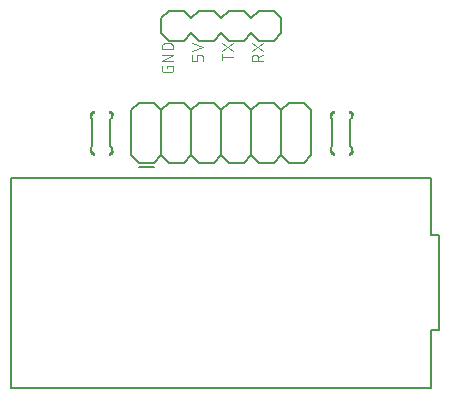
<source format=gbr>
G04 EAGLE Gerber RS-274X export*
G75*
%MOMM*%
%FSLAX34Y34*%
%LPD*%
%INSilkscreen Top*%
%IPPOS*%
%AMOC8*
5,1,8,0,0,1.08239X$1,22.5*%
G01*
%ADD10C,0.076200*%
%ADD11C,0.203200*%
%ADD12C,0.015238*%
%ADD13C,0.152400*%
%ADD14C,0.127000*%


D10*
X144258Y283345D02*
X144258Y284912D01*
X149479Y284912D01*
X149479Y281779D01*
X149477Y281690D01*
X149471Y281602D01*
X149462Y281514D01*
X149449Y281426D01*
X149432Y281339D01*
X149412Y281253D01*
X149387Y281168D01*
X149360Y281083D01*
X149328Y281000D01*
X149294Y280919D01*
X149255Y280839D01*
X149214Y280761D01*
X149169Y280684D01*
X149121Y280610D01*
X149070Y280537D01*
X149016Y280467D01*
X148958Y280400D01*
X148898Y280334D01*
X148836Y280272D01*
X148770Y280212D01*
X148703Y280154D01*
X148633Y280100D01*
X148560Y280049D01*
X148486Y280001D01*
X148409Y279956D01*
X148331Y279915D01*
X148251Y279876D01*
X148170Y279842D01*
X148087Y279810D01*
X148002Y279783D01*
X147917Y279758D01*
X147831Y279738D01*
X147744Y279721D01*
X147656Y279708D01*
X147568Y279699D01*
X147480Y279693D01*
X147391Y279691D01*
X142169Y279691D01*
X142169Y279690D02*
X142078Y279692D01*
X141987Y279698D01*
X141896Y279708D01*
X141806Y279722D01*
X141717Y279740D01*
X141628Y279761D01*
X141541Y279787D01*
X141455Y279816D01*
X141370Y279849D01*
X141286Y279886D01*
X141204Y279926D01*
X141125Y279970D01*
X141047Y280017D01*
X140971Y280068D01*
X140897Y280122D01*
X140826Y280179D01*
X140758Y280239D01*
X140692Y280302D01*
X140629Y280368D01*
X140569Y280436D01*
X140512Y280507D01*
X140458Y280581D01*
X140407Y280657D01*
X140360Y280734D01*
X140316Y280814D01*
X140276Y280896D01*
X140239Y280980D01*
X140206Y281064D01*
X140177Y281151D01*
X140151Y281238D01*
X140130Y281327D01*
X140112Y281416D01*
X140098Y281506D01*
X140088Y281597D01*
X140082Y281688D01*
X140080Y281779D01*
X140081Y281779D02*
X140081Y284912D01*
X140081Y289444D02*
X149479Y289444D01*
X149479Y294665D02*
X140081Y289444D01*
X140081Y294665D02*
X149479Y294665D01*
X149479Y299198D02*
X140081Y299198D01*
X140081Y301808D01*
X140083Y301908D01*
X140089Y302008D01*
X140098Y302107D01*
X140112Y302207D01*
X140129Y302305D01*
X140150Y302403D01*
X140174Y302500D01*
X140203Y302596D01*
X140235Y302691D01*
X140270Y302784D01*
X140309Y302876D01*
X140352Y302967D01*
X140398Y303055D01*
X140448Y303142D01*
X140500Y303227D01*
X140556Y303310D01*
X140615Y303391D01*
X140678Y303469D01*
X140743Y303545D01*
X140811Y303619D01*
X140881Y303689D01*
X140955Y303757D01*
X141031Y303822D01*
X141109Y303885D01*
X141190Y303944D01*
X141273Y304000D01*
X141358Y304052D01*
X141445Y304102D01*
X141533Y304148D01*
X141624Y304191D01*
X141716Y304230D01*
X141809Y304265D01*
X141904Y304297D01*
X142000Y304326D01*
X142097Y304350D01*
X142195Y304371D01*
X142293Y304388D01*
X142393Y304402D01*
X142492Y304411D01*
X142592Y304417D01*
X142692Y304419D01*
X146868Y304419D01*
X146968Y304417D01*
X147068Y304411D01*
X147167Y304402D01*
X147267Y304388D01*
X147365Y304371D01*
X147463Y304350D01*
X147560Y304326D01*
X147656Y304297D01*
X147751Y304265D01*
X147844Y304230D01*
X147936Y304191D01*
X148027Y304148D01*
X148115Y304102D01*
X148202Y304052D01*
X148287Y304000D01*
X148370Y303944D01*
X148451Y303885D01*
X148529Y303822D01*
X148605Y303757D01*
X148679Y303689D01*
X148749Y303619D01*
X148817Y303545D01*
X148882Y303469D01*
X148945Y303391D01*
X149004Y303310D01*
X149060Y303227D01*
X149112Y303142D01*
X149162Y303055D01*
X149208Y302967D01*
X149251Y302876D01*
X149290Y302784D01*
X149325Y302691D01*
X149357Y302596D01*
X149386Y302500D01*
X149410Y302403D01*
X149431Y302305D01*
X149448Y302207D01*
X149462Y302107D01*
X149471Y302008D01*
X149477Y301908D01*
X149479Y301808D01*
X149479Y299198D01*
X174879Y292665D02*
X174879Y289532D01*
X174879Y292665D02*
X174877Y292754D01*
X174871Y292842D01*
X174862Y292930D01*
X174849Y293018D01*
X174832Y293105D01*
X174812Y293191D01*
X174787Y293276D01*
X174760Y293361D01*
X174728Y293444D01*
X174694Y293525D01*
X174655Y293605D01*
X174614Y293683D01*
X174569Y293760D01*
X174521Y293834D01*
X174470Y293907D01*
X174416Y293977D01*
X174358Y294044D01*
X174298Y294110D01*
X174236Y294172D01*
X174170Y294232D01*
X174103Y294290D01*
X174033Y294344D01*
X173960Y294395D01*
X173886Y294443D01*
X173809Y294488D01*
X173731Y294529D01*
X173651Y294568D01*
X173570Y294602D01*
X173487Y294634D01*
X173402Y294661D01*
X173317Y294686D01*
X173231Y294706D01*
X173144Y294723D01*
X173056Y294736D01*
X172968Y294745D01*
X172880Y294751D01*
X172791Y294753D01*
X171746Y294753D01*
X171657Y294751D01*
X171569Y294745D01*
X171481Y294736D01*
X171393Y294723D01*
X171306Y294706D01*
X171220Y294686D01*
X171135Y294661D01*
X171050Y294634D01*
X170967Y294602D01*
X170886Y294568D01*
X170806Y294529D01*
X170728Y294488D01*
X170651Y294443D01*
X170577Y294395D01*
X170504Y294344D01*
X170434Y294290D01*
X170367Y294232D01*
X170301Y294172D01*
X170239Y294110D01*
X170179Y294044D01*
X170121Y293977D01*
X170067Y293907D01*
X170016Y293834D01*
X169968Y293760D01*
X169923Y293683D01*
X169882Y293605D01*
X169843Y293525D01*
X169809Y293444D01*
X169777Y293361D01*
X169750Y293276D01*
X169725Y293191D01*
X169705Y293105D01*
X169688Y293018D01*
X169675Y292930D01*
X169666Y292842D01*
X169660Y292754D01*
X169658Y292665D01*
X169658Y289532D01*
X165481Y289532D01*
X165481Y294753D01*
X165481Y298154D02*
X174879Y301286D01*
X165481Y304419D01*
X190881Y292752D02*
X200279Y292752D01*
X190881Y290141D02*
X190881Y295363D01*
X190881Y304419D02*
X200279Y298154D01*
X200279Y304419D02*
X190881Y298154D01*
X216281Y289589D02*
X225679Y289589D01*
X216281Y289589D02*
X216281Y292199D01*
X216283Y292300D01*
X216289Y292401D01*
X216299Y292502D01*
X216312Y292602D01*
X216330Y292702D01*
X216351Y292801D01*
X216377Y292899D01*
X216406Y292996D01*
X216438Y293092D01*
X216475Y293186D01*
X216515Y293279D01*
X216559Y293371D01*
X216606Y293460D01*
X216657Y293548D01*
X216711Y293634D01*
X216768Y293717D01*
X216828Y293799D01*
X216892Y293877D01*
X216958Y293954D01*
X217028Y294027D01*
X217100Y294098D01*
X217175Y294166D01*
X217253Y294231D01*
X217333Y294293D01*
X217415Y294352D01*
X217500Y294408D01*
X217587Y294460D01*
X217675Y294509D01*
X217766Y294555D01*
X217858Y294596D01*
X217952Y294635D01*
X218047Y294669D01*
X218143Y294700D01*
X218241Y294727D01*
X218339Y294751D01*
X218439Y294770D01*
X218539Y294786D01*
X218639Y294798D01*
X218740Y294806D01*
X218841Y294810D01*
X218943Y294810D01*
X219044Y294806D01*
X219145Y294798D01*
X219245Y294786D01*
X219345Y294770D01*
X219445Y294751D01*
X219543Y294727D01*
X219641Y294700D01*
X219737Y294669D01*
X219832Y294635D01*
X219926Y294596D01*
X220018Y294555D01*
X220109Y294509D01*
X220198Y294460D01*
X220284Y294408D01*
X220369Y294352D01*
X220451Y294293D01*
X220531Y294231D01*
X220609Y294166D01*
X220684Y294098D01*
X220756Y294027D01*
X220826Y293954D01*
X220892Y293877D01*
X220956Y293799D01*
X221016Y293717D01*
X221073Y293634D01*
X221127Y293548D01*
X221178Y293460D01*
X221225Y293371D01*
X221269Y293279D01*
X221309Y293186D01*
X221346Y293092D01*
X221378Y292996D01*
X221407Y292899D01*
X221433Y292801D01*
X221454Y292702D01*
X221472Y292602D01*
X221485Y292502D01*
X221495Y292401D01*
X221501Y292300D01*
X221503Y292199D01*
X221502Y292199D02*
X221502Y289589D01*
X221502Y292722D02*
X225679Y294810D01*
X225679Y298154D02*
X216281Y304419D01*
X216281Y298154D02*
X225679Y304419D01*
D11*
X222250Y332100D02*
X234950Y332100D01*
X241300Y325750D01*
X241300Y313050D02*
X234950Y306700D01*
X196850Y332100D02*
X190500Y325750D01*
X196850Y332100D02*
X209550Y332100D01*
X215900Y325750D01*
X215900Y313050D02*
X209550Y306700D01*
X196850Y306700D01*
X190500Y313050D01*
X215900Y325750D02*
X222250Y332100D01*
X215900Y313050D02*
X222250Y306700D01*
X234950Y306700D01*
X158750Y332100D02*
X146050Y332100D01*
X158750Y332100D02*
X165100Y325750D01*
X165100Y313050D02*
X158750Y306700D01*
X165100Y325750D02*
X171450Y332100D01*
X184150Y332100D01*
X190500Y325750D01*
X190500Y313050D02*
X184150Y306700D01*
X171450Y306700D01*
X165100Y313050D01*
X139700Y313050D02*
X139700Y325750D01*
X146050Y332100D01*
X139700Y313050D02*
X146050Y306700D01*
X158750Y306700D01*
X241300Y313050D02*
X241300Y325750D01*
X120650Y203200D02*
X114300Y209550D01*
X133350Y203200D02*
X139700Y209550D01*
X146050Y203200D01*
X158750Y203200D02*
X165100Y209550D01*
X171450Y203200D01*
X184150Y203200D02*
X190500Y209550D01*
X196850Y203200D01*
X209550Y203200D02*
X215900Y209550D01*
X222250Y203200D01*
X234950Y203200D02*
X241300Y209550D01*
X247650Y203200D01*
X260350Y203200D02*
X266700Y209550D01*
X114300Y209550D02*
X114300Y247650D01*
X120650Y254000D01*
X133350Y254000D01*
X139700Y247650D01*
X146050Y254000D01*
X158750Y254000D01*
X165100Y247650D01*
X171450Y254000D01*
X184150Y254000D01*
X190500Y247650D01*
X196850Y254000D01*
X209550Y254000D01*
X215900Y247650D01*
X222250Y254000D01*
X234950Y254000D01*
X241300Y247650D01*
X247650Y254000D01*
X260350Y254000D01*
X266700Y247650D01*
X139700Y247650D02*
X139700Y209550D01*
X165100Y209550D02*
X165100Y247650D01*
X190500Y247650D02*
X190500Y209550D01*
X215900Y209550D02*
X215900Y247650D01*
X241300Y247650D02*
X241300Y209550D01*
X266700Y209550D02*
X266700Y247650D01*
X260350Y203200D02*
X247650Y203200D01*
X234950Y203200D02*
X222250Y203200D01*
X209550Y203200D02*
X196850Y203200D01*
X184150Y203200D02*
X171450Y203200D01*
X158750Y203200D02*
X146050Y203200D01*
X133350Y203200D02*
X120650Y203200D01*
X120650Y199390D02*
X133350Y199390D01*
X120650Y203200D02*
X114300Y209550D01*
X114300Y247650D01*
X120650Y254000D01*
X114300Y209550D02*
X120650Y203200D01*
X114300Y209550D02*
X114300Y247650D01*
X120650Y254000D01*
D12*
X98475Y243915D02*
X97102Y243915D01*
X97102Y243916D02*
X97097Y243999D01*
X97088Y244083D01*
X97075Y244165D01*
X97059Y244247D01*
X97039Y244328D01*
X97015Y244409D01*
X96987Y244488D01*
X96956Y244565D01*
X96922Y244641D01*
X96884Y244716D01*
X96843Y244789D01*
X96798Y244860D01*
X96751Y244929D01*
X96700Y244995D01*
X96647Y245059D01*
X96590Y245121D01*
X96531Y245180D01*
X96469Y245237D01*
X96405Y245290D01*
X96339Y245341D01*
X96270Y245388D01*
X96199Y245433D01*
X96126Y245474D01*
X96051Y245512D01*
X95975Y245546D01*
X95898Y245577D01*
X95819Y245605D01*
X95738Y245629D01*
X95657Y245649D01*
X95575Y245665D01*
X95493Y245678D01*
X95409Y245687D01*
X95326Y245692D01*
X95325Y247065D01*
X95326Y247065D01*
X95438Y247061D01*
X95549Y247052D01*
X95660Y247040D01*
X95771Y247024D01*
X95880Y247004D01*
X95990Y246980D01*
X96098Y246953D01*
X96205Y246921D01*
X96311Y246886D01*
X96416Y246848D01*
X96520Y246806D01*
X96621Y246760D01*
X96722Y246711D01*
X96820Y246658D01*
X96917Y246602D01*
X97012Y246543D01*
X97104Y246480D01*
X97194Y246414D01*
X97282Y246345D01*
X97368Y246274D01*
X97451Y246199D01*
X97531Y246121D01*
X97609Y246041D01*
X97684Y245958D01*
X97755Y245872D01*
X97824Y245784D01*
X97890Y245694D01*
X97953Y245602D01*
X98012Y245507D01*
X98068Y245410D01*
X98121Y245312D01*
X98170Y245211D01*
X98216Y245110D01*
X98258Y245006D01*
X98296Y244901D01*
X98331Y244795D01*
X98363Y244688D01*
X98390Y244580D01*
X98414Y244470D01*
X98434Y244361D01*
X98450Y244250D01*
X98462Y244139D01*
X98471Y244028D01*
X98475Y243916D01*
X98332Y243916D01*
X98327Y244025D01*
X98319Y244134D01*
X98307Y244242D01*
X98291Y244350D01*
X98271Y244457D01*
X98247Y244564D01*
X98219Y244669D01*
X98188Y244774D01*
X98153Y244877D01*
X98115Y244979D01*
X98073Y245080D01*
X98027Y245179D01*
X97978Y245276D01*
X97925Y245372D01*
X97870Y245466D01*
X97810Y245557D01*
X97748Y245647D01*
X97683Y245734D01*
X97614Y245819D01*
X97543Y245901D01*
X97468Y245981D01*
X97391Y246058D01*
X97311Y246133D01*
X97229Y246204D01*
X97144Y246273D01*
X97057Y246338D01*
X96967Y246400D01*
X96876Y246460D01*
X96782Y246515D01*
X96686Y246568D01*
X96589Y246617D01*
X96490Y246663D01*
X96389Y246705D01*
X96287Y246743D01*
X96184Y246778D01*
X96079Y246809D01*
X95974Y246837D01*
X95867Y246861D01*
X95760Y246881D01*
X95652Y246897D01*
X95544Y246909D01*
X95435Y246917D01*
X95326Y246922D01*
X95326Y246779D01*
X95432Y246774D01*
X95538Y246766D01*
X95644Y246754D01*
X95749Y246737D01*
X95853Y246717D01*
X95957Y246694D01*
X96060Y246666D01*
X96161Y246635D01*
X96262Y246600D01*
X96361Y246562D01*
X96459Y246520D01*
X96555Y246475D01*
X96649Y246426D01*
X96742Y246373D01*
X96833Y246318D01*
X96921Y246259D01*
X97007Y246197D01*
X97092Y246132D01*
X97173Y246064D01*
X97252Y245993D01*
X97329Y245919D01*
X97403Y245842D01*
X97474Y245763D01*
X97542Y245682D01*
X97607Y245597D01*
X97669Y245511D01*
X97728Y245423D01*
X97783Y245332D01*
X97836Y245239D01*
X97885Y245145D01*
X97930Y245049D01*
X97972Y244951D01*
X98010Y244852D01*
X98045Y244751D01*
X98076Y244650D01*
X98104Y244547D01*
X98127Y244443D01*
X98147Y244339D01*
X98164Y244234D01*
X98176Y244128D01*
X98184Y244022D01*
X98189Y243916D01*
X98046Y243916D01*
X98041Y244019D01*
X98033Y244122D01*
X98020Y244225D01*
X98004Y244327D01*
X97984Y244429D01*
X97961Y244530D01*
X97933Y244629D01*
X97902Y244728D01*
X97868Y244825D01*
X97829Y244922D01*
X97788Y245016D01*
X97742Y245109D01*
X97694Y245201D01*
X97642Y245290D01*
X97587Y245377D01*
X97528Y245463D01*
X97467Y245546D01*
X97402Y245627D01*
X97334Y245705D01*
X97264Y245781D01*
X97191Y245854D01*
X97115Y245924D01*
X97037Y245992D01*
X96956Y246057D01*
X96873Y246118D01*
X96787Y246177D01*
X96700Y246232D01*
X96611Y246284D01*
X96519Y246332D01*
X96426Y246378D01*
X96332Y246419D01*
X96235Y246458D01*
X96138Y246492D01*
X96039Y246523D01*
X95940Y246551D01*
X95839Y246574D01*
X95737Y246594D01*
X95635Y246610D01*
X95532Y246623D01*
X95429Y246631D01*
X95326Y246636D01*
X95326Y246493D01*
X95426Y246488D01*
X95526Y246480D01*
X95626Y246467D01*
X95725Y246451D01*
X95824Y246431D01*
X95921Y246408D01*
X96018Y246381D01*
X96113Y246350D01*
X96208Y246315D01*
X96301Y246277D01*
X96392Y246236D01*
X96482Y246191D01*
X96570Y246142D01*
X96656Y246091D01*
X96740Y246036D01*
X96822Y245978D01*
X96902Y245917D01*
X96979Y245853D01*
X97054Y245786D01*
X97127Y245717D01*
X97196Y245644D01*
X97263Y245569D01*
X97327Y245492D01*
X97388Y245412D01*
X97446Y245330D01*
X97501Y245246D01*
X97552Y245160D01*
X97601Y245072D01*
X97646Y244982D01*
X97687Y244891D01*
X97725Y244798D01*
X97760Y244703D01*
X97791Y244608D01*
X97818Y244511D01*
X97841Y244414D01*
X97861Y244315D01*
X97877Y244216D01*
X97890Y244116D01*
X97898Y244016D01*
X97903Y243916D01*
X97760Y243916D01*
X97755Y244016D01*
X97746Y244115D01*
X97733Y244214D01*
X97716Y244312D01*
X97695Y244410D01*
X97671Y244507D01*
X97642Y244602D01*
X97610Y244697D01*
X97574Y244790D01*
X97535Y244882D01*
X97492Y244971D01*
X97445Y245060D01*
X97395Y245146D01*
X97341Y245230D01*
X97284Y245312D01*
X97224Y245392D01*
X97161Y245469D01*
X97095Y245544D01*
X97026Y245616D01*
X96954Y245685D01*
X96879Y245751D01*
X96802Y245814D01*
X96722Y245874D01*
X96640Y245931D01*
X96556Y245985D01*
X96470Y246035D01*
X96381Y246082D01*
X96292Y246125D01*
X96200Y246164D01*
X96107Y246200D01*
X96012Y246232D01*
X95917Y246261D01*
X95820Y246285D01*
X95722Y246306D01*
X95624Y246323D01*
X95525Y246336D01*
X95426Y246345D01*
X95326Y246350D01*
X95326Y246207D01*
X95422Y246202D01*
X95518Y246193D01*
X95614Y246180D01*
X95709Y246163D01*
X95803Y246143D01*
X95896Y246118D01*
X95988Y246090D01*
X96079Y246058D01*
X96169Y246022D01*
X96257Y245983D01*
X96344Y245940D01*
X96428Y245894D01*
X96511Y245844D01*
X96591Y245791D01*
X96670Y245735D01*
X96746Y245676D01*
X96819Y245614D01*
X96890Y245548D01*
X96958Y245480D01*
X97024Y245409D01*
X97086Y245336D01*
X97145Y245260D01*
X97201Y245181D01*
X97254Y245101D01*
X97304Y245018D01*
X97350Y244934D01*
X97393Y244847D01*
X97432Y244759D01*
X97468Y244669D01*
X97500Y244578D01*
X97528Y244486D01*
X97553Y244393D01*
X97573Y244299D01*
X97590Y244204D01*
X97603Y244108D01*
X97612Y244012D01*
X97617Y243916D01*
X97474Y243916D01*
X97469Y244009D01*
X97460Y244101D01*
X97447Y244193D01*
X97430Y244284D01*
X97410Y244375D01*
X97386Y244465D01*
X97358Y244553D01*
X97326Y244641D01*
X97291Y244726D01*
X97252Y244811D01*
X97210Y244894D01*
X97164Y244974D01*
X97115Y245053D01*
X97063Y245130D01*
X97007Y245205D01*
X96949Y245277D01*
X96888Y245346D01*
X96823Y245413D01*
X96756Y245478D01*
X96687Y245539D01*
X96615Y245597D01*
X96540Y245653D01*
X96463Y245705D01*
X96384Y245754D01*
X96304Y245800D01*
X96221Y245842D01*
X96136Y245881D01*
X96051Y245916D01*
X95963Y245948D01*
X95875Y245976D01*
X95785Y246000D01*
X95694Y246020D01*
X95603Y246037D01*
X95511Y246050D01*
X95419Y246059D01*
X95326Y246064D01*
X95326Y245921D01*
X95415Y245915D01*
X95504Y245907D01*
X95592Y245894D01*
X95679Y245877D01*
X95766Y245857D01*
X95852Y245833D01*
X95937Y245806D01*
X96020Y245774D01*
X96102Y245740D01*
X96183Y245701D01*
X96261Y245660D01*
X96338Y245615D01*
X96413Y245567D01*
X96486Y245515D01*
X96557Y245461D01*
X96625Y245404D01*
X96690Y245343D01*
X96753Y245280D01*
X96814Y245215D01*
X96871Y245147D01*
X96925Y245076D01*
X96977Y245003D01*
X97025Y244928D01*
X97070Y244851D01*
X97111Y244773D01*
X97150Y244692D01*
X97184Y244610D01*
X97216Y244527D01*
X97243Y244442D01*
X97267Y244356D01*
X97287Y244269D01*
X97304Y244182D01*
X97317Y244094D01*
X97325Y244005D01*
X97331Y243916D01*
X97188Y243916D01*
X97182Y244001D01*
X97173Y244086D01*
X97161Y244170D01*
X97144Y244253D01*
X97124Y244336D01*
X97101Y244418D01*
X97074Y244498D01*
X97043Y244578D01*
X97009Y244656D01*
X96972Y244732D01*
X96931Y244807D01*
X96887Y244880D01*
X96839Y244951D01*
X96789Y245019D01*
X96736Y245086D01*
X96680Y245150D01*
X96621Y245211D01*
X96560Y245270D01*
X96496Y245326D01*
X96429Y245379D01*
X96361Y245429D01*
X96290Y245477D01*
X96217Y245521D01*
X96142Y245562D01*
X96066Y245599D01*
X95988Y245633D01*
X95908Y245664D01*
X95828Y245691D01*
X95746Y245714D01*
X95663Y245734D01*
X95580Y245751D01*
X95496Y245763D01*
X95411Y245772D01*
X95326Y245778D01*
X82475Y247065D02*
X82475Y245692D01*
X82474Y245692D02*
X82391Y245687D01*
X82307Y245678D01*
X82225Y245665D01*
X82143Y245649D01*
X82062Y245629D01*
X81981Y245605D01*
X81902Y245577D01*
X81825Y245546D01*
X81749Y245512D01*
X81674Y245474D01*
X81601Y245433D01*
X81530Y245388D01*
X81461Y245341D01*
X81395Y245290D01*
X81331Y245237D01*
X81269Y245180D01*
X81210Y245121D01*
X81153Y245059D01*
X81100Y244995D01*
X81049Y244929D01*
X81002Y244860D01*
X80957Y244789D01*
X80916Y244716D01*
X80878Y244641D01*
X80844Y244565D01*
X80813Y244488D01*
X80785Y244409D01*
X80761Y244328D01*
X80741Y244247D01*
X80725Y244165D01*
X80712Y244083D01*
X80703Y243999D01*
X80698Y243916D01*
X79325Y243915D01*
X79325Y243916D01*
X79329Y244028D01*
X79338Y244139D01*
X79350Y244250D01*
X79366Y244361D01*
X79386Y244470D01*
X79410Y244580D01*
X79437Y244688D01*
X79469Y244795D01*
X79504Y244901D01*
X79542Y245006D01*
X79584Y245110D01*
X79630Y245211D01*
X79679Y245312D01*
X79732Y245410D01*
X79788Y245507D01*
X79847Y245602D01*
X79910Y245694D01*
X79976Y245784D01*
X80045Y245872D01*
X80116Y245958D01*
X80191Y246041D01*
X80269Y246121D01*
X80349Y246199D01*
X80432Y246274D01*
X80518Y246345D01*
X80606Y246414D01*
X80696Y246480D01*
X80788Y246543D01*
X80883Y246602D01*
X80980Y246658D01*
X81078Y246711D01*
X81179Y246760D01*
X81280Y246806D01*
X81384Y246848D01*
X81489Y246886D01*
X81595Y246921D01*
X81702Y246953D01*
X81810Y246980D01*
X81920Y247004D01*
X82029Y247024D01*
X82140Y247040D01*
X82251Y247052D01*
X82362Y247061D01*
X82474Y247065D01*
X82474Y246922D01*
X82365Y246917D01*
X82256Y246909D01*
X82148Y246897D01*
X82040Y246881D01*
X81933Y246861D01*
X81826Y246837D01*
X81721Y246809D01*
X81616Y246778D01*
X81513Y246743D01*
X81411Y246705D01*
X81310Y246663D01*
X81211Y246617D01*
X81114Y246568D01*
X81018Y246515D01*
X80924Y246460D01*
X80833Y246400D01*
X80743Y246338D01*
X80656Y246273D01*
X80571Y246204D01*
X80489Y246133D01*
X80409Y246058D01*
X80332Y245981D01*
X80257Y245901D01*
X80186Y245819D01*
X80117Y245734D01*
X80052Y245647D01*
X79990Y245557D01*
X79930Y245466D01*
X79875Y245372D01*
X79822Y245276D01*
X79773Y245179D01*
X79727Y245080D01*
X79685Y244979D01*
X79647Y244877D01*
X79612Y244774D01*
X79581Y244669D01*
X79553Y244564D01*
X79529Y244457D01*
X79509Y244350D01*
X79493Y244242D01*
X79481Y244134D01*
X79473Y244025D01*
X79468Y243916D01*
X79611Y243916D01*
X79616Y244022D01*
X79624Y244128D01*
X79636Y244234D01*
X79653Y244339D01*
X79673Y244443D01*
X79696Y244547D01*
X79724Y244650D01*
X79755Y244751D01*
X79790Y244852D01*
X79828Y244951D01*
X79870Y245049D01*
X79915Y245145D01*
X79964Y245239D01*
X80017Y245332D01*
X80072Y245423D01*
X80131Y245511D01*
X80193Y245597D01*
X80258Y245682D01*
X80326Y245763D01*
X80397Y245842D01*
X80471Y245919D01*
X80548Y245993D01*
X80627Y246064D01*
X80708Y246132D01*
X80793Y246197D01*
X80879Y246259D01*
X80967Y246318D01*
X81058Y246373D01*
X81151Y246426D01*
X81245Y246475D01*
X81341Y246520D01*
X81439Y246562D01*
X81538Y246600D01*
X81639Y246635D01*
X81740Y246666D01*
X81843Y246694D01*
X81947Y246717D01*
X82051Y246737D01*
X82156Y246754D01*
X82262Y246766D01*
X82368Y246774D01*
X82474Y246779D01*
X82474Y246636D01*
X82371Y246631D01*
X82268Y246623D01*
X82165Y246610D01*
X82063Y246594D01*
X81961Y246574D01*
X81860Y246551D01*
X81761Y246523D01*
X81662Y246492D01*
X81565Y246458D01*
X81468Y246419D01*
X81374Y246378D01*
X81281Y246332D01*
X81189Y246284D01*
X81100Y246232D01*
X81013Y246177D01*
X80927Y246118D01*
X80844Y246057D01*
X80763Y245992D01*
X80685Y245924D01*
X80609Y245854D01*
X80536Y245781D01*
X80466Y245705D01*
X80398Y245627D01*
X80333Y245546D01*
X80272Y245463D01*
X80213Y245377D01*
X80158Y245290D01*
X80106Y245201D01*
X80058Y245109D01*
X80012Y245016D01*
X79971Y244922D01*
X79932Y244825D01*
X79898Y244728D01*
X79867Y244629D01*
X79839Y244530D01*
X79816Y244429D01*
X79796Y244327D01*
X79780Y244225D01*
X79767Y244122D01*
X79759Y244019D01*
X79754Y243916D01*
X79897Y243916D01*
X79902Y244016D01*
X79910Y244116D01*
X79923Y244216D01*
X79939Y244315D01*
X79959Y244414D01*
X79982Y244511D01*
X80009Y244608D01*
X80040Y244703D01*
X80075Y244798D01*
X80113Y244891D01*
X80154Y244982D01*
X80199Y245072D01*
X80248Y245160D01*
X80299Y245246D01*
X80354Y245330D01*
X80412Y245412D01*
X80473Y245492D01*
X80537Y245569D01*
X80604Y245644D01*
X80673Y245717D01*
X80746Y245786D01*
X80821Y245853D01*
X80898Y245917D01*
X80978Y245978D01*
X81060Y246036D01*
X81144Y246091D01*
X81230Y246142D01*
X81318Y246191D01*
X81408Y246236D01*
X81499Y246277D01*
X81592Y246315D01*
X81687Y246350D01*
X81782Y246381D01*
X81879Y246408D01*
X81976Y246431D01*
X82075Y246451D01*
X82174Y246467D01*
X82274Y246480D01*
X82374Y246488D01*
X82474Y246493D01*
X82474Y246350D01*
X82374Y246345D01*
X82275Y246336D01*
X82176Y246323D01*
X82078Y246306D01*
X81980Y246285D01*
X81883Y246261D01*
X81788Y246232D01*
X81693Y246200D01*
X81600Y246164D01*
X81508Y246125D01*
X81419Y246082D01*
X81330Y246035D01*
X81244Y245985D01*
X81160Y245931D01*
X81078Y245874D01*
X80998Y245814D01*
X80921Y245751D01*
X80846Y245685D01*
X80774Y245616D01*
X80705Y245544D01*
X80639Y245469D01*
X80576Y245392D01*
X80516Y245312D01*
X80459Y245230D01*
X80405Y245146D01*
X80355Y245060D01*
X80308Y244971D01*
X80265Y244882D01*
X80226Y244790D01*
X80190Y244697D01*
X80158Y244602D01*
X80129Y244507D01*
X80105Y244410D01*
X80084Y244312D01*
X80067Y244214D01*
X80054Y244115D01*
X80045Y244016D01*
X80040Y243916D01*
X80183Y243916D01*
X80188Y244012D01*
X80197Y244108D01*
X80210Y244204D01*
X80227Y244299D01*
X80247Y244393D01*
X80272Y244486D01*
X80300Y244578D01*
X80332Y244669D01*
X80368Y244759D01*
X80407Y244847D01*
X80450Y244934D01*
X80496Y245018D01*
X80546Y245101D01*
X80599Y245181D01*
X80655Y245260D01*
X80714Y245336D01*
X80776Y245409D01*
X80842Y245480D01*
X80910Y245548D01*
X80981Y245614D01*
X81054Y245676D01*
X81130Y245735D01*
X81209Y245791D01*
X81289Y245844D01*
X81372Y245894D01*
X81456Y245940D01*
X81543Y245983D01*
X81631Y246022D01*
X81721Y246058D01*
X81812Y246090D01*
X81904Y246118D01*
X81997Y246143D01*
X82091Y246163D01*
X82186Y246180D01*
X82282Y246193D01*
X82378Y246202D01*
X82474Y246207D01*
X82474Y246064D01*
X82381Y246059D01*
X82289Y246050D01*
X82197Y246037D01*
X82106Y246020D01*
X82015Y246000D01*
X81925Y245976D01*
X81837Y245948D01*
X81749Y245916D01*
X81664Y245881D01*
X81579Y245842D01*
X81496Y245800D01*
X81416Y245754D01*
X81337Y245705D01*
X81260Y245653D01*
X81185Y245597D01*
X81113Y245539D01*
X81044Y245478D01*
X80977Y245413D01*
X80912Y245346D01*
X80851Y245277D01*
X80793Y245205D01*
X80737Y245130D01*
X80685Y245053D01*
X80636Y244974D01*
X80590Y244894D01*
X80548Y244811D01*
X80509Y244726D01*
X80474Y244641D01*
X80442Y244553D01*
X80414Y244465D01*
X80390Y244375D01*
X80370Y244284D01*
X80353Y244193D01*
X80340Y244101D01*
X80331Y244009D01*
X80326Y243916D01*
X80469Y243916D01*
X80475Y244005D01*
X80483Y244094D01*
X80496Y244182D01*
X80513Y244269D01*
X80533Y244356D01*
X80557Y244442D01*
X80584Y244527D01*
X80616Y244610D01*
X80650Y244692D01*
X80689Y244773D01*
X80730Y244851D01*
X80775Y244928D01*
X80823Y245003D01*
X80875Y245076D01*
X80929Y245147D01*
X80986Y245215D01*
X81047Y245280D01*
X81110Y245343D01*
X81175Y245404D01*
X81243Y245461D01*
X81314Y245515D01*
X81387Y245567D01*
X81462Y245615D01*
X81539Y245660D01*
X81617Y245701D01*
X81698Y245740D01*
X81780Y245774D01*
X81863Y245806D01*
X81948Y245833D01*
X82034Y245857D01*
X82121Y245877D01*
X82208Y245894D01*
X82296Y245907D01*
X82385Y245915D01*
X82474Y245921D01*
X82474Y245778D01*
X82389Y245772D01*
X82304Y245763D01*
X82220Y245751D01*
X82137Y245734D01*
X82054Y245714D01*
X81972Y245691D01*
X81892Y245664D01*
X81812Y245633D01*
X81734Y245599D01*
X81658Y245562D01*
X81583Y245521D01*
X81510Y245477D01*
X81439Y245429D01*
X81371Y245379D01*
X81304Y245326D01*
X81240Y245270D01*
X81179Y245211D01*
X81120Y245150D01*
X81064Y245086D01*
X81011Y245019D01*
X80961Y244951D01*
X80913Y244880D01*
X80869Y244807D01*
X80828Y244732D01*
X80791Y244656D01*
X80757Y244578D01*
X80726Y244498D01*
X80699Y244418D01*
X80676Y244336D01*
X80656Y244253D01*
X80639Y244170D01*
X80627Y244086D01*
X80618Y244001D01*
X80612Y243916D01*
X79325Y213285D02*
X80698Y213285D01*
X80698Y213284D02*
X80703Y213201D01*
X80712Y213117D01*
X80725Y213035D01*
X80741Y212953D01*
X80761Y212872D01*
X80785Y212791D01*
X80813Y212712D01*
X80844Y212635D01*
X80878Y212559D01*
X80916Y212484D01*
X80957Y212411D01*
X81002Y212340D01*
X81049Y212271D01*
X81100Y212205D01*
X81153Y212141D01*
X81210Y212079D01*
X81269Y212020D01*
X81331Y211963D01*
X81395Y211910D01*
X81461Y211859D01*
X81530Y211812D01*
X81601Y211767D01*
X81674Y211726D01*
X81749Y211688D01*
X81825Y211654D01*
X81902Y211623D01*
X81981Y211595D01*
X82062Y211571D01*
X82143Y211551D01*
X82225Y211535D01*
X82307Y211522D01*
X82391Y211513D01*
X82474Y211508D01*
X82475Y210135D01*
X82474Y210135D01*
X82362Y210139D01*
X82251Y210148D01*
X82140Y210160D01*
X82029Y210176D01*
X81920Y210196D01*
X81810Y210220D01*
X81702Y210247D01*
X81595Y210279D01*
X81489Y210314D01*
X81384Y210352D01*
X81280Y210394D01*
X81179Y210440D01*
X81078Y210489D01*
X80980Y210542D01*
X80883Y210598D01*
X80788Y210657D01*
X80696Y210720D01*
X80606Y210786D01*
X80518Y210855D01*
X80432Y210926D01*
X80349Y211001D01*
X80269Y211079D01*
X80191Y211159D01*
X80116Y211242D01*
X80045Y211328D01*
X79976Y211416D01*
X79910Y211506D01*
X79847Y211598D01*
X79788Y211693D01*
X79732Y211790D01*
X79679Y211888D01*
X79630Y211989D01*
X79584Y212090D01*
X79542Y212194D01*
X79504Y212299D01*
X79469Y212405D01*
X79437Y212512D01*
X79410Y212620D01*
X79386Y212730D01*
X79366Y212839D01*
X79350Y212950D01*
X79338Y213061D01*
X79329Y213172D01*
X79325Y213284D01*
X79468Y213284D01*
X79473Y213175D01*
X79481Y213066D01*
X79493Y212958D01*
X79509Y212850D01*
X79529Y212743D01*
X79553Y212636D01*
X79581Y212531D01*
X79612Y212426D01*
X79647Y212323D01*
X79685Y212221D01*
X79727Y212120D01*
X79773Y212021D01*
X79822Y211924D01*
X79875Y211828D01*
X79930Y211734D01*
X79990Y211643D01*
X80052Y211553D01*
X80117Y211466D01*
X80186Y211381D01*
X80257Y211299D01*
X80332Y211219D01*
X80409Y211142D01*
X80489Y211067D01*
X80571Y210996D01*
X80656Y210927D01*
X80743Y210862D01*
X80833Y210800D01*
X80924Y210740D01*
X81018Y210685D01*
X81114Y210632D01*
X81211Y210583D01*
X81310Y210537D01*
X81411Y210495D01*
X81513Y210457D01*
X81616Y210422D01*
X81721Y210391D01*
X81826Y210363D01*
X81933Y210339D01*
X82040Y210319D01*
X82148Y210303D01*
X82256Y210291D01*
X82365Y210283D01*
X82474Y210278D01*
X82474Y210421D01*
X82368Y210426D01*
X82262Y210434D01*
X82156Y210446D01*
X82051Y210463D01*
X81947Y210483D01*
X81843Y210506D01*
X81740Y210534D01*
X81639Y210565D01*
X81538Y210600D01*
X81439Y210638D01*
X81341Y210680D01*
X81245Y210725D01*
X81151Y210774D01*
X81058Y210827D01*
X80967Y210882D01*
X80879Y210941D01*
X80793Y211003D01*
X80708Y211068D01*
X80627Y211136D01*
X80548Y211207D01*
X80471Y211281D01*
X80397Y211358D01*
X80326Y211437D01*
X80258Y211518D01*
X80193Y211603D01*
X80131Y211689D01*
X80072Y211777D01*
X80017Y211868D01*
X79964Y211961D01*
X79915Y212055D01*
X79870Y212151D01*
X79828Y212249D01*
X79790Y212348D01*
X79755Y212449D01*
X79724Y212550D01*
X79696Y212653D01*
X79673Y212757D01*
X79653Y212861D01*
X79636Y212966D01*
X79624Y213072D01*
X79616Y213178D01*
X79611Y213284D01*
X79754Y213284D01*
X79759Y213181D01*
X79767Y213078D01*
X79780Y212975D01*
X79796Y212873D01*
X79816Y212771D01*
X79839Y212670D01*
X79867Y212571D01*
X79898Y212472D01*
X79932Y212375D01*
X79971Y212278D01*
X80012Y212184D01*
X80058Y212091D01*
X80106Y211999D01*
X80158Y211910D01*
X80213Y211823D01*
X80272Y211737D01*
X80333Y211654D01*
X80398Y211573D01*
X80466Y211495D01*
X80536Y211419D01*
X80609Y211346D01*
X80685Y211276D01*
X80763Y211208D01*
X80844Y211143D01*
X80927Y211082D01*
X81013Y211023D01*
X81100Y210968D01*
X81189Y210916D01*
X81281Y210868D01*
X81374Y210822D01*
X81468Y210781D01*
X81565Y210742D01*
X81662Y210708D01*
X81761Y210677D01*
X81860Y210649D01*
X81961Y210626D01*
X82063Y210606D01*
X82165Y210590D01*
X82268Y210577D01*
X82371Y210569D01*
X82474Y210564D01*
X82474Y210707D01*
X82374Y210712D01*
X82274Y210720D01*
X82174Y210733D01*
X82075Y210749D01*
X81976Y210769D01*
X81879Y210792D01*
X81782Y210819D01*
X81687Y210850D01*
X81592Y210885D01*
X81499Y210923D01*
X81408Y210964D01*
X81318Y211009D01*
X81230Y211058D01*
X81144Y211109D01*
X81060Y211164D01*
X80978Y211222D01*
X80898Y211283D01*
X80821Y211347D01*
X80746Y211414D01*
X80673Y211483D01*
X80604Y211556D01*
X80537Y211631D01*
X80473Y211708D01*
X80412Y211788D01*
X80354Y211870D01*
X80299Y211954D01*
X80248Y212040D01*
X80199Y212128D01*
X80154Y212218D01*
X80113Y212309D01*
X80075Y212402D01*
X80040Y212497D01*
X80009Y212592D01*
X79982Y212689D01*
X79959Y212786D01*
X79939Y212885D01*
X79923Y212984D01*
X79910Y213084D01*
X79902Y213184D01*
X79897Y213284D01*
X80040Y213284D01*
X80045Y213184D01*
X80054Y213085D01*
X80067Y212986D01*
X80084Y212888D01*
X80105Y212790D01*
X80129Y212693D01*
X80158Y212598D01*
X80190Y212503D01*
X80226Y212410D01*
X80265Y212318D01*
X80308Y212229D01*
X80355Y212140D01*
X80405Y212054D01*
X80459Y211970D01*
X80516Y211888D01*
X80576Y211808D01*
X80639Y211731D01*
X80705Y211656D01*
X80774Y211584D01*
X80846Y211515D01*
X80921Y211449D01*
X80998Y211386D01*
X81078Y211326D01*
X81160Y211269D01*
X81244Y211215D01*
X81330Y211165D01*
X81419Y211118D01*
X81508Y211075D01*
X81600Y211036D01*
X81693Y211000D01*
X81788Y210968D01*
X81883Y210939D01*
X81980Y210915D01*
X82078Y210894D01*
X82176Y210877D01*
X82275Y210864D01*
X82374Y210855D01*
X82474Y210850D01*
X82474Y210993D01*
X82378Y210998D01*
X82282Y211007D01*
X82186Y211020D01*
X82091Y211037D01*
X81997Y211057D01*
X81904Y211082D01*
X81812Y211110D01*
X81721Y211142D01*
X81631Y211178D01*
X81543Y211217D01*
X81456Y211260D01*
X81372Y211306D01*
X81289Y211356D01*
X81209Y211409D01*
X81130Y211465D01*
X81054Y211524D01*
X80981Y211586D01*
X80910Y211652D01*
X80842Y211720D01*
X80776Y211791D01*
X80714Y211864D01*
X80655Y211940D01*
X80599Y212019D01*
X80546Y212099D01*
X80496Y212182D01*
X80450Y212266D01*
X80407Y212353D01*
X80368Y212441D01*
X80332Y212531D01*
X80300Y212622D01*
X80272Y212714D01*
X80247Y212807D01*
X80227Y212901D01*
X80210Y212996D01*
X80197Y213092D01*
X80188Y213188D01*
X80183Y213284D01*
X80326Y213284D01*
X80331Y213191D01*
X80340Y213099D01*
X80353Y213007D01*
X80370Y212916D01*
X80390Y212825D01*
X80414Y212735D01*
X80442Y212647D01*
X80474Y212559D01*
X80509Y212474D01*
X80548Y212389D01*
X80590Y212306D01*
X80636Y212226D01*
X80685Y212147D01*
X80737Y212070D01*
X80793Y211995D01*
X80851Y211923D01*
X80912Y211854D01*
X80977Y211787D01*
X81044Y211722D01*
X81113Y211661D01*
X81185Y211603D01*
X81260Y211547D01*
X81337Y211495D01*
X81416Y211446D01*
X81496Y211400D01*
X81579Y211358D01*
X81664Y211319D01*
X81749Y211284D01*
X81837Y211252D01*
X81925Y211224D01*
X82015Y211200D01*
X82106Y211180D01*
X82197Y211163D01*
X82289Y211150D01*
X82381Y211141D01*
X82474Y211136D01*
X82474Y211279D01*
X82385Y211285D01*
X82296Y211293D01*
X82208Y211306D01*
X82121Y211323D01*
X82034Y211343D01*
X81948Y211367D01*
X81863Y211394D01*
X81780Y211426D01*
X81698Y211460D01*
X81617Y211499D01*
X81539Y211540D01*
X81462Y211585D01*
X81387Y211633D01*
X81314Y211685D01*
X81243Y211739D01*
X81175Y211796D01*
X81110Y211857D01*
X81047Y211920D01*
X80986Y211985D01*
X80929Y212053D01*
X80875Y212124D01*
X80823Y212197D01*
X80775Y212272D01*
X80730Y212349D01*
X80689Y212427D01*
X80650Y212508D01*
X80616Y212590D01*
X80584Y212673D01*
X80557Y212758D01*
X80533Y212844D01*
X80513Y212931D01*
X80496Y213018D01*
X80483Y213106D01*
X80475Y213195D01*
X80469Y213284D01*
X80612Y213284D01*
X80618Y213199D01*
X80627Y213114D01*
X80639Y213030D01*
X80656Y212947D01*
X80676Y212864D01*
X80699Y212782D01*
X80726Y212702D01*
X80757Y212622D01*
X80791Y212544D01*
X80828Y212468D01*
X80869Y212393D01*
X80913Y212320D01*
X80961Y212249D01*
X81011Y212181D01*
X81064Y212114D01*
X81120Y212050D01*
X81179Y211989D01*
X81240Y211930D01*
X81304Y211874D01*
X81371Y211821D01*
X81439Y211771D01*
X81510Y211723D01*
X81583Y211679D01*
X81658Y211638D01*
X81734Y211601D01*
X81812Y211567D01*
X81892Y211536D01*
X81972Y211509D01*
X82054Y211486D01*
X82137Y211466D01*
X82220Y211449D01*
X82304Y211437D01*
X82389Y211428D01*
X82474Y211422D01*
X95325Y210135D02*
X95325Y211508D01*
X95326Y211508D02*
X95409Y211513D01*
X95493Y211522D01*
X95575Y211535D01*
X95657Y211551D01*
X95738Y211571D01*
X95819Y211595D01*
X95898Y211623D01*
X95975Y211654D01*
X96051Y211688D01*
X96126Y211726D01*
X96199Y211767D01*
X96270Y211812D01*
X96339Y211859D01*
X96405Y211910D01*
X96469Y211963D01*
X96531Y212020D01*
X96590Y212079D01*
X96647Y212141D01*
X96700Y212205D01*
X96751Y212271D01*
X96798Y212340D01*
X96843Y212411D01*
X96884Y212484D01*
X96922Y212559D01*
X96956Y212635D01*
X96987Y212712D01*
X97015Y212791D01*
X97039Y212872D01*
X97059Y212953D01*
X97075Y213035D01*
X97088Y213117D01*
X97097Y213201D01*
X97102Y213284D01*
X98475Y213285D01*
X98475Y213284D01*
X98471Y213172D01*
X98462Y213061D01*
X98450Y212950D01*
X98434Y212839D01*
X98414Y212730D01*
X98390Y212620D01*
X98363Y212512D01*
X98331Y212405D01*
X98296Y212299D01*
X98258Y212194D01*
X98216Y212090D01*
X98170Y211989D01*
X98121Y211888D01*
X98068Y211790D01*
X98012Y211693D01*
X97953Y211598D01*
X97890Y211506D01*
X97824Y211416D01*
X97755Y211328D01*
X97684Y211242D01*
X97609Y211159D01*
X97531Y211079D01*
X97451Y211001D01*
X97368Y210926D01*
X97282Y210855D01*
X97194Y210786D01*
X97104Y210720D01*
X97012Y210657D01*
X96917Y210598D01*
X96820Y210542D01*
X96722Y210489D01*
X96621Y210440D01*
X96520Y210394D01*
X96416Y210352D01*
X96311Y210314D01*
X96205Y210279D01*
X96098Y210247D01*
X95990Y210220D01*
X95880Y210196D01*
X95771Y210176D01*
X95660Y210160D01*
X95549Y210148D01*
X95438Y210139D01*
X95326Y210135D01*
X95326Y210278D01*
X95435Y210283D01*
X95544Y210291D01*
X95652Y210303D01*
X95760Y210319D01*
X95867Y210339D01*
X95974Y210363D01*
X96079Y210391D01*
X96184Y210422D01*
X96287Y210457D01*
X96389Y210495D01*
X96490Y210537D01*
X96589Y210583D01*
X96686Y210632D01*
X96782Y210685D01*
X96876Y210740D01*
X96967Y210800D01*
X97057Y210862D01*
X97144Y210927D01*
X97229Y210996D01*
X97311Y211067D01*
X97391Y211142D01*
X97468Y211219D01*
X97543Y211299D01*
X97614Y211381D01*
X97683Y211466D01*
X97748Y211553D01*
X97810Y211643D01*
X97870Y211734D01*
X97925Y211828D01*
X97978Y211924D01*
X98027Y212021D01*
X98073Y212120D01*
X98115Y212221D01*
X98153Y212323D01*
X98188Y212426D01*
X98219Y212531D01*
X98247Y212636D01*
X98271Y212743D01*
X98291Y212850D01*
X98307Y212958D01*
X98319Y213066D01*
X98327Y213175D01*
X98332Y213284D01*
X98189Y213284D01*
X98184Y213178D01*
X98176Y213072D01*
X98164Y212966D01*
X98147Y212861D01*
X98127Y212757D01*
X98104Y212653D01*
X98076Y212550D01*
X98045Y212449D01*
X98010Y212348D01*
X97972Y212249D01*
X97930Y212151D01*
X97885Y212055D01*
X97836Y211961D01*
X97783Y211868D01*
X97728Y211777D01*
X97669Y211689D01*
X97607Y211603D01*
X97542Y211518D01*
X97474Y211437D01*
X97403Y211358D01*
X97329Y211281D01*
X97252Y211207D01*
X97173Y211136D01*
X97092Y211068D01*
X97007Y211003D01*
X96921Y210941D01*
X96833Y210882D01*
X96742Y210827D01*
X96649Y210774D01*
X96555Y210725D01*
X96459Y210680D01*
X96361Y210638D01*
X96262Y210600D01*
X96161Y210565D01*
X96060Y210534D01*
X95957Y210506D01*
X95853Y210483D01*
X95749Y210463D01*
X95644Y210446D01*
X95538Y210434D01*
X95432Y210426D01*
X95326Y210421D01*
X95326Y210564D01*
X95429Y210569D01*
X95532Y210577D01*
X95635Y210590D01*
X95737Y210606D01*
X95839Y210626D01*
X95940Y210649D01*
X96039Y210677D01*
X96138Y210708D01*
X96235Y210742D01*
X96332Y210781D01*
X96426Y210822D01*
X96519Y210868D01*
X96611Y210916D01*
X96700Y210968D01*
X96787Y211023D01*
X96873Y211082D01*
X96956Y211143D01*
X97037Y211208D01*
X97115Y211276D01*
X97191Y211346D01*
X97264Y211419D01*
X97334Y211495D01*
X97402Y211573D01*
X97467Y211654D01*
X97528Y211737D01*
X97587Y211823D01*
X97642Y211910D01*
X97694Y211999D01*
X97742Y212091D01*
X97788Y212184D01*
X97829Y212278D01*
X97868Y212375D01*
X97902Y212472D01*
X97933Y212571D01*
X97961Y212670D01*
X97984Y212771D01*
X98004Y212873D01*
X98020Y212975D01*
X98033Y213078D01*
X98041Y213181D01*
X98046Y213284D01*
X97903Y213284D01*
X97898Y213184D01*
X97890Y213084D01*
X97877Y212984D01*
X97861Y212885D01*
X97841Y212786D01*
X97818Y212689D01*
X97791Y212592D01*
X97760Y212497D01*
X97725Y212402D01*
X97687Y212309D01*
X97646Y212218D01*
X97601Y212128D01*
X97552Y212040D01*
X97501Y211954D01*
X97446Y211870D01*
X97388Y211788D01*
X97327Y211708D01*
X97263Y211631D01*
X97196Y211556D01*
X97127Y211483D01*
X97054Y211414D01*
X96979Y211347D01*
X96902Y211283D01*
X96822Y211222D01*
X96740Y211164D01*
X96656Y211109D01*
X96570Y211058D01*
X96482Y211009D01*
X96392Y210964D01*
X96301Y210923D01*
X96208Y210885D01*
X96113Y210850D01*
X96018Y210819D01*
X95921Y210792D01*
X95824Y210769D01*
X95725Y210749D01*
X95626Y210733D01*
X95526Y210720D01*
X95426Y210712D01*
X95326Y210707D01*
X95326Y210850D01*
X95426Y210855D01*
X95525Y210864D01*
X95624Y210877D01*
X95722Y210894D01*
X95820Y210915D01*
X95917Y210939D01*
X96012Y210968D01*
X96107Y211000D01*
X96200Y211036D01*
X96292Y211075D01*
X96381Y211118D01*
X96470Y211165D01*
X96556Y211215D01*
X96640Y211269D01*
X96722Y211326D01*
X96802Y211386D01*
X96879Y211449D01*
X96954Y211515D01*
X97026Y211584D01*
X97095Y211656D01*
X97161Y211731D01*
X97224Y211808D01*
X97284Y211888D01*
X97341Y211970D01*
X97395Y212054D01*
X97445Y212140D01*
X97492Y212229D01*
X97535Y212318D01*
X97574Y212410D01*
X97610Y212503D01*
X97642Y212598D01*
X97671Y212693D01*
X97695Y212790D01*
X97716Y212888D01*
X97733Y212986D01*
X97746Y213085D01*
X97755Y213184D01*
X97760Y213284D01*
X97617Y213284D01*
X97612Y213188D01*
X97603Y213092D01*
X97590Y212996D01*
X97573Y212901D01*
X97553Y212807D01*
X97528Y212714D01*
X97500Y212622D01*
X97468Y212531D01*
X97432Y212441D01*
X97393Y212353D01*
X97350Y212266D01*
X97304Y212182D01*
X97254Y212099D01*
X97201Y212019D01*
X97145Y211940D01*
X97086Y211864D01*
X97024Y211791D01*
X96958Y211720D01*
X96890Y211652D01*
X96819Y211586D01*
X96746Y211524D01*
X96670Y211465D01*
X96591Y211409D01*
X96511Y211356D01*
X96428Y211306D01*
X96344Y211260D01*
X96257Y211217D01*
X96169Y211178D01*
X96079Y211142D01*
X95988Y211110D01*
X95896Y211082D01*
X95803Y211057D01*
X95709Y211037D01*
X95614Y211020D01*
X95518Y211007D01*
X95422Y210998D01*
X95326Y210993D01*
X95326Y211136D01*
X95419Y211141D01*
X95511Y211150D01*
X95603Y211163D01*
X95694Y211180D01*
X95785Y211200D01*
X95875Y211224D01*
X95963Y211252D01*
X96051Y211284D01*
X96136Y211319D01*
X96221Y211358D01*
X96304Y211400D01*
X96384Y211446D01*
X96463Y211495D01*
X96540Y211547D01*
X96615Y211603D01*
X96687Y211661D01*
X96756Y211722D01*
X96823Y211787D01*
X96888Y211854D01*
X96949Y211923D01*
X97007Y211995D01*
X97063Y212070D01*
X97115Y212147D01*
X97164Y212226D01*
X97210Y212306D01*
X97252Y212389D01*
X97291Y212474D01*
X97326Y212559D01*
X97358Y212647D01*
X97386Y212735D01*
X97410Y212825D01*
X97430Y212916D01*
X97447Y213007D01*
X97460Y213099D01*
X97469Y213191D01*
X97474Y213284D01*
X97331Y213284D01*
X97325Y213195D01*
X97317Y213106D01*
X97304Y213018D01*
X97287Y212931D01*
X97267Y212844D01*
X97243Y212758D01*
X97216Y212673D01*
X97184Y212590D01*
X97150Y212508D01*
X97111Y212427D01*
X97070Y212349D01*
X97025Y212272D01*
X96977Y212197D01*
X96925Y212124D01*
X96871Y212053D01*
X96814Y211985D01*
X96753Y211920D01*
X96690Y211857D01*
X96625Y211796D01*
X96557Y211739D01*
X96486Y211685D01*
X96413Y211633D01*
X96338Y211585D01*
X96261Y211540D01*
X96183Y211499D01*
X96102Y211460D01*
X96020Y211426D01*
X95937Y211394D01*
X95852Y211367D01*
X95766Y211343D01*
X95679Y211323D01*
X95592Y211306D01*
X95504Y211293D01*
X95415Y211285D01*
X95326Y211279D01*
X95326Y211422D01*
X95411Y211428D01*
X95496Y211437D01*
X95580Y211449D01*
X95663Y211466D01*
X95746Y211486D01*
X95828Y211509D01*
X95908Y211536D01*
X95988Y211567D01*
X96066Y211601D01*
X96142Y211638D01*
X96217Y211679D01*
X96290Y211723D01*
X96361Y211771D01*
X96429Y211821D01*
X96496Y211874D01*
X96560Y211930D01*
X96621Y211989D01*
X96680Y212050D01*
X96736Y212114D01*
X96789Y212181D01*
X96839Y212249D01*
X96887Y212320D01*
X96931Y212393D01*
X96972Y212468D01*
X97009Y212544D01*
X97043Y212622D01*
X97074Y212702D01*
X97101Y212782D01*
X97124Y212864D01*
X97144Y212947D01*
X97161Y213030D01*
X97173Y213114D01*
X97182Y213199D01*
X97188Y213284D01*
D13*
X97790Y241300D02*
X97790Y243840D01*
X97790Y241300D02*
X96520Y240030D01*
X80010Y241300D02*
X80010Y243840D01*
X80010Y241300D02*
X81280Y240030D01*
X96520Y217170D02*
X97790Y215900D01*
X96520Y217170D02*
X96520Y240030D01*
X81280Y217170D02*
X80010Y215900D01*
X81280Y217170D02*
X81280Y240030D01*
X97790Y215900D02*
X97790Y213360D01*
X80010Y213360D02*
X80010Y215900D01*
D12*
X301675Y243915D02*
X300302Y243915D01*
X300302Y243916D02*
X300297Y243999D01*
X300288Y244083D01*
X300275Y244165D01*
X300259Y244247D01*
X300239Y244328D01*
X300215Y244409D01*
X300187Y244488D01*
X300156Y244565D01*
X300122Y244641D01*
X300084Y244716D01*
X300043Y244789D01*
X299998Y244860D01*
X299951Y244929D01*
X299900Y244995D01*
X299847Y245059D01*
X299790Y245121D01*
X299731Y245180D01*
X299669Y245237D01*
X299605Y245290D01*
X299539Y245341D01*
X299470Y245388D01*
X299399Y245433D01*
X299326Y245474D01*
X299251Y245512D01*
X299175Y245546D01*
X299098Y245577D01*
X299019Y245605D01*
X298938Y245629D01*
X298857Y245649D01*
X298775Y245665D01*
X298693Y245678D01*
X298609Y245687D01*
X298526Y245692D01*
X298525Y247065D01*
X298526Y247065D01*
X298638Y247061D01*
X298749Y247052D01*
X298860Y247040D01*
X298971Y247024D01*
X299080Y247004D01*
X299190Y246980D01*
X299298Y246953D01*
X299405Y246921D01*
X299511Y246886D01*
X299616Y246848D01*
X299720Y246806D01*
X299821Y246760D01*
X299922Y246711D01*
X300020Y246658D01*
X300117Y246602D01*
X300212Y246543D01*
X300304Y246480D01*
X300394Y246414D01*
X300482Y246345D01*
X300568Y246274D01*
X300651Y246199D01*
X300731Y246121D01*
X300809Y246041D01*
X300884Y245958D01*
X300955Y245872D01*
X301024Y245784D01*
X301090Y245694D01*
X301153Y245602D01*
X301212Y245507D01*
X301268Y245410D01*
X301321Y245312D01*
X301370Y245211D01*
X301416Y245110D01*
X301458Y245006D01*
X301496Y244901D01*
X301531Y244795D01*
X301563Y244688D01*
X301590Y244580D01*
X301614Y244470D01*
X301634Y244361D01*
X301650Y244250D01*
X301662Y244139D01*
X301671Y244028D01*
X301675Y243916D01*
X301532Y243916D01*
X301527Y244025D01*
X301519Y244134D01*
X301507Y244242D01*
X301491Y244350D01*
X301471Y244457D01*
X301447Y244564D01*
X301419Y244669D01*
X301388Y244774D01*
X301353Y244877D01*
X301315Y244979D01*
X301273Y245080D01*
X301227Y245179D01*
X301178Y245276D01*
X301125Y245372D01*
X301070Y245466D01*
X301010Y245557D01*
X300948Y245647D01*
X300883Y245734D01*
X300814Y245819D01*
X300743Y245901D01*
X300668Y245981D01*
X300591Y246058D01*
X300511Y246133D01*
X300429Y246204D01*
X300344Y246273D01*
X300257Y246338D01*
X300167Y246400D01*
X300076Y246460D01*
X299982Y246515D01*
X299886Y246568D01*
X299789Y246617D01*
X299690Y246663D01*
X299589Y246705D01*
X299487Y246743D01*
X299384Y246778D01*
X299279Y246809D01*
X299174Y246837D01*
X299067Y246861D01*
X298960Y246881D01*
X298852Y246897D01*
X298744Y246909D01*
X298635Y246917D01*
X298526Y246922D01*
X298526Y246779D01*
X298632Y246774D01*
X298738Y246766D01*
X298844Y246754D01*
X298949Y246737D01*
X299053Y246717D01*
X299157Y246694D01*
X299260Y246666D01*
X299361Y246635D01*
X299462Y246600D01*
X299561Y246562D01*
X299659Y246520D01*
X299755Y246475D01*
X299849Y246426D01*
X299942Y246373D01*
X300033Y246318D01*
X300121Y246259D01*
X300207Y246197D01*
X300292Y246132D01*
X300373Y246064D01*
X300452Y245993D01*
X300529Y245919D01*
X300603Y245842D01*
X300674Y245763D01*
X300742Y245682D01*
X300807Y245597D01*
X300869Y245511D01*
X300928Y245423D01*
X300983Y245332D01*
X301036Y245239D01*
X301085Y245145D01*
X301130Y245049D01*
X301172Y244951D01*
X301210Y244852D01*
X301245Y244751D01*
X301276Y244650D01*
X301304Y244547D01*
X301327Y244443D01*
X301347Y244339D01*
X301364Y244234D01*
X301376Y244128D01*
X301384Y244022D01*
X301389Y243916D01*
X301246Y243916D01*
X301241Y244019D01*
X301233Y244122D01*
X301220Y244225D01*
X301204Y244327D01*
X301184Y244429D01*
X301161Y244530D01*
X301133Y244629D01*
X301102Y244728D01*
X301068Y244825D01*
X301029Y244922D01*
X300988Y245016D01*
X300942Y245109D01*
X300894Y245201D01*
X300842Y245290D01*
X300787Y245377D01*
X300728Y245463D01*
X300667Y245546D01*
X300602Y245627D01*
X300534Y245705D01*
X300464Y245781D01*
X300391Y245854D01*
X300315Y245924D01*
X300237Y245992D01*
X300156Y246057D01*
X300073Y246118D01*
X299987Y246177D01*
X299900Y246232D01*
X299811Y246284D01*
X299719Y246332D01*
X299626Y246378D01*
X299532Y246419D01*
X299435Y246458D01*
X299338Y246492D01*
X299239Y246523D01*
X299140Y246551D01*
X299039Y246574D01*
X298937Y246594D01*
X298835Y246610D01*
X298732Y246623D01*
X298629Y246631D01*
X298526Y246636D01*
X298526Y246493D01*
X298626Y246488D01*
X298726Y246480D01*
X298826Y246467D01*
X298925Y246451D01*
X299024Y246431D01*
X299121Y246408D01*
X299218Y246381D01*
X299313Y246350D01*
X299408Y246315D01*
X299501Y246277D01*
X299592Y246236D01*
X299682Y246191D01*
X299770Y246142D01*
X299856Y246091D01*
X299940Y246036D01*
X300022Y245978D01*
X300102Y245917D01*
X300179Y245853D01*
X300254Y245786D01*
X300327Y245717D01*
X300396Y245644D01*
X300463Y245569D01*
X300527Y245492D01*
X300588Y245412D01*
X300646Y245330D01*
X300701Y245246D01*
X300752Y245160D01*
X300801Y245072D01*
X300846Y244982D01*
X300887Y244891D01*
X300925Y244798D01*
X300960Y244703D01*
X300991Y244608D01*
X301018Y244511D01*
X301041Y244414D01*
X301061Y244315D01*
X301077Y244216D01*
X301090Y244116D01*
X301098Y244016D01*
X301103Y243916D01*
X300960Y243916D01*
X300955Y244016D01*
X300946Y244115D01*
X300933Y244214D01*
X300916Y244312D01*
X300895Y244410D01*
X300871Y244507D01*
X300842Y244602D01*
X300810Y244697D01*
X300774Y244790D01*
X300735Y244882D01*
X300692Y244971D01*
X300645Y245060D01*
X300595Y245146D01*
X300541Y245230D01*
X300484Y245312D01*
X300424Y245392D01*
X300361Y245469D01*
X300295Y245544D01*
X300226Y245616D01*
X300154Y245685D01*
X300079Y245751D01*
X300002Y245814D01*
X299922Y245874D01*
X299840Y245931D01*
X299756Y245985D01*
X299670Y246035D01*
X299581Y246082D01*
X299492Y246125D01*
X299400Y246164D01*
X299307Y246200D01*
X299212Y246232D01*
X299117Y246261D01*
X299020Y246285D01*
X298922Y246306D01*
X298824Y246323D01*
X298725Y246336D01*
X298626Y246345D01*
X298526Y246350D01*
X298526Y246207D01*
X298622Y246202D01*
X298718Y246193D01*
X298814Y246180D01*
X298909Y246163D01*
X299003Y246143D01*
X299096Y246118D01*
X299188Y246090D01*
X299279Y246058D01*
X299369Y246022D01*
X299457Y245983D01*
X299544Y245940D01*
X299628Y245894D01*
X299711Y245844D01*
X299791Y245791D01*
X299870Y245735D01*
X299946Y245676D01*
X300019Y245614D01*
X300090Y245548D01*
X300158Y245480D01*
X300224Y245409D01*
X300286Y245336D01*
X300345Y245260D01*
X300401Y245181D01*
X300454Y245101D01*
X300504Y245018D01*
X300550Y244934D01*
X300593Y244847D01*
X300632Y244759D01*
X300668Y244669D01*
X300700Y244578D01*
X300728Y244486D01*
X300753Y244393D01*
X300773Y244299D01*
X300790Y244204D01*
X300803Y244108D01*
X300812Y244012D01*
X300817Y243916D01*
X300674Y243916D01*
X300669Y244009D01*
X300660Y244101D01*
X300647Y244193D01*
X300630Y244284D01*
X300610Y244375D01*
X300586Y244465D01*
X300558Y244553D01*
X300526Y244641D01*
X300491Y244726D01*
X300452Y244811D01*
X300410Y244894D01*
X300364Y244974D01*
X300315Y245053D01*
X300263Y245130D01*
X300207Y245205D01*
X300149Y245277D01*
X300088Y245346D01*
X300023Y245413D01*
X299956Y245478D01*
X299887Y245539D01*
X299815Y245597D01*
X299740Y245653D01*
X299663Y245705D01*
X299584Y245754D01*
X299504Y245800D01*
X299421Y245842D01*
X299336Y245881D01*
X299251Y245916D01*
X299163Y245948D01*
X299075Y245976D01*
X298985Y246000D01*
X298894Y246020D01*
X298803Y246037D01*
X298711Y246050D01*
X298619Y246059D01*
X298526Y246064D01*
X298526Y245921D01*
X298615Y245915D01*
X298704Y245907D01*
X298792Y245894D01*
X298879Y245877D01*
X298966Y245857D01*
X299052Y245833D01*
X299137Y245806D01*
X299220Y245774D01*
X299302Y245740D01*
X299383Y245701D01*
X299461Y245660D01*
X299538Y245615D01*
X299613Y245567D01*
X299686Y245515D01*
X299757Y245461D01*
X299825Y245404D01*
X299890Y245343D01*
X299953Y245280D01*
X300014Y245215D01*
X300071Y245147D01*
X300125Y245076D01*
X300177Y245003D01*
X300225Y244928D01*
X300270Y244851D01*
X300311Y244773D01*
X300350Y244692D01*
X300384Y244610D01*
X300416Y244527D01*
X300443Y244442D01*
X300467Y244356D01*
X300487Y244269D01*
X300504Y244182D01*
X300517Y244094D01*
X300525Y244005D01*
X300531Y243916D01*
X300388Y243916D01*
X300382Y244001D01*
X300373Y244086D01*
X300361Y244170D01*
X300344Y244253D01*
X300324Y244336D01*
X300301Y244418D01*
X300274Y244498D01*
X300243Y244578D01*
X300209Y244656D01*
X300172Y244732D01*
X300131Y244807D01*
X300087Y244880D01*
X300039Y244951D01*
X299989Y245019D01*
X299936Y245086D01*
X299880Y245150D01*
X299821Y245211D01*
X299760Y245270D01*
X299696Y245326D01*
X299629Y245379D01*
X299561Y245429D01*
X299490Y245477D01*
X299417Y245521D01*
X299342Y245562D01*
X299266Y245599D01*
X299188Y245633D01*
X299108Y245664D01*
X299028Y245691D01*
X298946Y245714D01*
X298863Y245734D01*
X298780Y245751D01*
X298696Y245763D01*
X298611Y245772D01*
X298526Y245778D01*
X285675Y247065D02*
X285675Y245692D01*
X285674Y245692D02*
X285591Y245687D01*
X285507Y245678D01*
X285425Y245665D01*
X285343Y245649D01*
X285262Y245629D01*
X285181Y245605D01*
X285102Y245577D01*
X285025Y245546D01*
X284949Y245512D01*
X284874Y245474D01*
X284801Y245433D01*
X284730Y245388D01*
X284661Y245341D01*
X284595Y245290D01*
X284531Y245237D01*
X284469Y245180D01*
X284410Y245121D01*
X284353Y245059D01*
X284300Y244995D01*
X284249Y244929D01*
X284202Y244860D01*
X284157Y244789D01*
X284116Y244716D01*
X284078Y244641D01*
X284044Y244565D01*
X284013Y244488D01*
X283985Y244409D01*
X283961Y244328D01*
X283941Y244247D01*
X283925Y244165D01*
X283912Y244083D01*
X283903Y243999D01*
X283898Y243916D01*
X282525Y243915D01*
X282525Y243916D01*
X282529Y244028D01*
X282538Y244139D01*
X282550Y244250D01*
X282566Y244361D01*
X282586Y244470D01*
X282610Y244580D01*
X282637Y244688D01*
X282669Y244795D01*
X282704Y244901D01*
X282742Y245006D01*
X282784Y245110D01*
X282830Y245211D01*
X282879Y245312D01*
X282932Y245410D01*
X282988Y245507D01*
X283047Y245602D01*
X283110Y245694D01*
X283176Y245784D01*
X283245Y245872D01*
X283316Y245958D01*
X283391Y246041D01*
X283469Y246121D01*
X283549Y246199D01*
X283632Y246274D01*
X283718Y246345D01*
X283806Y246414D01*
X283896Y246480D01*
X283988Y246543D01*
X284083Y246602D01*
X284180Y246658D01*
X284278Y246711D01*
X284379Y246760D01*
X284480Y246806D01*
X284584Y246848D01*
X284689Y246886D01*
X284795Y246921D01*
X284902Y246953D01*
X285010Y246980D01*
X285120Y247004D01*
X285229Y247024D01*
X285340Y247040D01*
X285451Y247052D01*
X285562Y247061D01*
X285674Y247065D01*
X285674Y246922D01*
X285565Y246917D01*
X285456Y246909D01*
X285348Y246897D01*
X285240Y246881D01*
X285133Y246861D01*
X285026Y246837D01*
X284921Y246809D01*
X284816Y246778D01*
X284713Y246743D01*
X284611Y246705D01*
X284510Y246663D01*
X284411Y246617D01*
X284314Y246568D01*
X284218Y246515D01*
X284124Y246460D01*
X284033Y246400D01*
X283943Y246338D01*
X283856Y246273D01*
X283771Y246204D01*
X283689Y246133D01*
X283609Y246058D01*
X283532Y245981D01*
X283457Y245901D01*
X283386Y245819D01*
X283317Y245734D01*
X283252Y245647D01*
X283190Y245557D01*
X283130Y245466D01*
X283075Y245372D01*
X283022Y245276D01*
X282973Y245179D01*
X282927Y245080D01*
X282885Y244979D01*
X282847Y244877D01*
X282812Y244774D01*
X282781Y244669D01*
X282753Y244564D01*
X282729Y244457D01*
X282709Y244350D01*
X282693Y244242D01*
X282681Y244134D01*
X282673Y244025D01*
X282668Y243916D01*
X282811Y243916D01*
X282816Y244022D01*
X282824Y244128D01*
X282836Y244234D01*
X282853Y244339D01*
X282873Y244443D01*
X282896Y244547D01*
X282924Y244650D01*
X282955Y244751D01*
X282990Y244852D01*
X283028Y244951D01*
X283070Y245049D01*
X283115Y245145D01*
X283164Y245239D01*
X283217Y245332D01*
X283272Y245423D01*
X283331Y245511D01*
X283393Y245597D01*
X283458Y245682D01*
X283526Y245763D01*
X283597Y245842D01*
X283671Y245919D01*
X283748Y245993D01*
X283827Y246064D01*
X283908Y246132D01*
X283993Y246197D01*
X284079Y246259D01*
X284167Y246318D01*
X284258Y246373D01*
X284351Y246426D01*
X284445Y246475D01*
X284541Y246520D01*
X284639Y246562D01*
X284738Y246600D01*
X284839Y246635D01*
X284940Y246666D01*
X285043Y246694D01*
X285147Y246717D01*
X285251Y246737D01*
X285356Y246754D01*
X285462Y246766D01*
X285568Y246774D01*
X285674Y246779D01*
X285674Y246636D01*
X285571Y246631D01*
X285468Y246623D01*
X285365Y246610D01*
X285263Y246594D01*
X285161Y246574D01*
X285060Y246551D01*
X284961Y246523D01*
X284862Y246492D01*
X284765Y246458D01*
X284668Y246419D01*
X284574Y246378D01*
X284481Y246332D01*
X284389Y246284D01*
X284300Y246232D01*
X284213Y246177D01*
X284127Y246118D01*
X284044Y246057D01*
X283963Y245992D01*
X283885Y245924D01*
X283809Y245854D01*
X283736Y245781D01*
X283666Y245705D01*
X283598Y245627D01*
X283533Y245546D01*
X283472Y245463D01*
X283413Y245377D01*
X283358Y245290D01*
X283306Y245201D01*
X283258Y245109D01*
X283212Y245016D01*
X283171Y244922D01*
X283132Y244825D01*
X283098Y244728D01*
X283067Y244629D01*
X283039Y244530D01*
X283016Y244429D01*
X282996Y244327D01*
X282980Y244225D01*
X282967Y244122D01*
X282959Y244019D01*
X282954Y243916D01*
X283097Y243916D01*
X283102Y244016D01*
X283110Y244116D01*
X283123Y244216D01*
X283139Y244315D01*
X283159Y244414D01*
X283182Y244511D01*
X283209Y244608D01*
X283240Y244703D01*
X283275Y244798D01*
X283313Y244891D01*
X283354Y244982D01*
X283399Y245072D01*
X283448Y245160D01*
X283499Y245246D01*
X283554Y245330D01*
X283612Y245412D01*
X283673Y245492D01*
X283737Y245569D01*
X283804Y245644D01*
X283873Y245717D01*
X283946Y245786D01*
X284021Y245853D01*
X284098Y245917D01*
X284178Y245978D01*
X284260Y246036D01*
X284344Y246091D01*
X284430Y246142D01*
X284518Y246191D01*
X284608Y246236D01*
X284699Y246277D01*
X284792Y246315D01*
X284887Y246350D01*
X284982Y246381D01*
X285079Y246408D01*
X285176Y246431D01*
X285275Y246451D01*
X285374Y246467D01*
X285474Y246480D01*
X285574Y246488D01*
X285674Y246493D01*
X285674Y246350D01*
X285574Y246345D01*
X285475Y246336D01*
X285376Y246323D01*
X285278Y246306D01*
X285180Y246285D01*
X285083Y246261D01*
X284988Y246232D01*
X284893Y246200D01*
X284800Y246164D01*
X284708Y246125D01*
X284619Y246082D01*
X284530Y246035D01*
X284444Y245985D01*
X284360Y245931D01*
X284278Y245874D01*
X284198Y245814D01*
X284121Y245751D01*
X284046Y245685D01*
X283974Y245616D01*
X283905Y245544D01*
X283839Y245469D01*
X283776Y245392D01*
X283716Y245312D01*
X283659Y245230D01*
X283605Y245146D01*
X283555Y245060D01*
X283508Y244971D01*
X283465Y244882D01*
X283426Y244790D01*
X283390Y244697D01*
X283358Y244602D01*
X283329Y244507D01*
X283305Y244410D01*
X283284Y244312D01*
X283267Y244214D01*
X283254Y244115D01*
X283245Y244016D01*
X283240Y243916D01*
X283383Y243916D01*
X283388Y244012D01*
X283397Y244108D01*
X283410Y244204D01*
X283427Y244299D01*
X283447Y244393D01*
X283472Y244486D01*
X283500Y244578D01*
X283532Y244669D01*
X283568Y244759D01*
X283607Y244847D01*
X283650Y244934D01*
X283696Y245018D01*
X283746Y245101D01*
X283799Y245181D01*
X283855Y245260D01*
X283914Y245336D01*
X283976Y245409D01*
X284042Y245480D01*
X284110Y245548D01*
X284181Y245614D01*
X284254Y245676D01*
X284330Y245735D01*
X284409Y245791D01*
X284489Y245844D01*
X284572Y245894D01*
X284656Y245940D01*
X284743Y245983D01*
X284831Y246022D01*
X284921Y246058D01*
X285012Y246090D01*
X285104Y246118D01*
X285197Y246143D01*
X285291Y246163D01*
X285386Y246180D01*
X285482Y246193D01*
X285578Y246202D01*
X285674Y246207D01*
X285674Y246064D01*
X285581Y246059D01*
X285489Y246050D01*
X285397Y246037D01*
X285306Y246020D01*
X285215Y246000D01*
X285125Y245976D01*
X285037Y245948D01*
X284949Y245916D01*
X284864Y245881D01*
X284779Y245842D01*
X284696Y245800D01*
X284616Y245754D01*
X284537Y245705D01*
X284460Y245653D01*
X284385Y245597D01*
X284313Y245539D01*
X284244Y245478D01*
X284177Y245413D01*
X284112Y245346D01*
X284051Y245277D01*
X283993Y245205D01*
X283937Y245130D01*
X283885Y245053D01*
X283836Y244974D01*
X283790Y244894D01*
X283748Y244811D01*
X283709Y244726D01*
X283674Y244641D01*
X283642Y244553D01*
X283614Y244465D01*
X283590Y244375D01*
X283570Y244284D01*
X283553Y244193D01*
X283540Y244101D01*
X283531Y244009D01*
X283526Y243916D01*
X283669Y243916D01*
X283675Y244005D01*
X283683Y244094D01*
X283696Y244182D01*
X283713Y244269D01*
X283733Y244356D01*
X283757Y244442D01*
X283784Y244527D01*
X283816Y244610D01*
X283850Y244692D01*
X283889Y244773D01*
X283930Y244851D01*
X283975Y244928D01*
X284023Y245003D01*
X284075Y245076D01*
X284129Y245147D01*
X284186Y245215D01*
X284247Y245280D01*
X284310Y245343D01*
X284375Y245404D01*
X284443Y245461D01*
X284514Y245515D01*
X284587Y245567D01*
X284662Y245615D01*
X284739Y245660D01*
X284817Y245701D01*
X284898Y245740D01*
X284980Y245774D01*
X285063Y245806D01*
X285148Y245833D01*
X285234Y245857D01*
X285321Y245877D01*
X285408Y245894D01*
X285496Y245907D01*
X285585Y245915D01*
X285674Y245921D01*
X285674Y245778D01*
X285589Y245772D01*
X285504Y245763D01*
X285420Y245751D01*
X285337Y245734D01*
X285254Y245714D01*
X285172Y245691D01*
X285092Y245664D01*
X285012Y245633D01*
X284934Y245599D01*
X284858Y245562D01*
X284783Y245521D01*
X284710Y245477D01*
X284639Y245429D01*
X284571Y245379D01*
X284504Y245326D01*
X284440Y245270D01*
X284379Y245211D01*
X284320Y245150D01*
X284264Y245086D01*
X284211Y245019D01*
X284161Y244951D01*
X284113Y244880D01*
X284069Y244807D01*
X284028Y244732D01*
X283991Y244656D01*
X283957Y244578D01*
X283926Y244498D01*
X283899Y244418D01*
X283876Y244336D01*
X283856Y244253D01*
X283839Y244170D01*
X283827Y244086D01*
X283818Y244001D01*
X283812Y243916D01*
X282525Y213285D02*
X283898Y213285D01*
X283898Y213284D02*
X283903Y213201D01*
X283912Y213117D01*
X283925Y213035D01*
X283941Y212953D01*
X283961Y212872D01*
X283985Y212791D01*
X284013Y212712D01*
X284044Y212635D01*
X284078Y212559D01*
X284116Y212484D01*
X284157Y212411D01*
X284202Y212340D01*
X284249Y212271D01*
X284300Y212205D01*
X284353Y212141D01*
X284410Y212079D01*
X284469Y212020D01*
X284531Y211963D01*
X284595Y211910D01*
X284661Y211859D01*
X284730Y211812D01*
X284801Y211767D01*
X284874Y211726D01*
X284949Y211688D01*
X285025Y211654D01*
X285102Y211623D01*
X285181Y211595D01*
X285262Y211571D01*
X285343Y211551D01*
X285425Y211535D01*
X285507Y211522D01*
X285591Y211513D01*
X285674Y211508D01*
X285675Y210135D01*
X285674Y210135D01*
X285562Y210139D01*
X285451Y210148D01*
X285340Y210160D01*
X285229Y210176D01*
X285120Y210196D01*
X285010Y210220D01*
X284902Y210247D01*
X284795Y210279D01*
X284689Y210314D01*
X284584Y210352D01*
X284480Y210394D01*
X284379Y210440D01*
X284278Y210489D01*
X284180Y210542D01*
X284083Y210598D01*
X283988Y210657D01*
X283896Y210720D01*
X283806Y210786D01*
X283718Y210855D01*
X283632Y210926D01*
X283549Y211001D01*
X283469Y211079D01*
X283391Y211159D01*
X283316Y211242D01*
X283245Y211328D01*
X283176Y211416D01*
X283110Y211506D01*
X283047Y211598D01*
X282988Y211693D01*
X282932Y211790D01*
X282879Y211888D01*
X282830Y211989D01*
X282784Y212090D01*
X282742Y212194D01*
X282704Y212299D01*
X282669Y212405D01*
X282637Y212512D01*
X282610Y212620D01*
X282586Y212730D01*
X282566Y212839D01*
X282550Y212950D01*
X282538Y213061D01*
X282529Y213172D01*
X282525Y213284D01*
X282668Y213284D01*
X282673Y213175D01*
X282681Y213066D01*
X282693Y212958D01*
X282709Y212850D01*
X282729Y212743D01*
X282753Y212636D01*
X282781Y212531D01*
X282812Y212426D01*
X282847Y212323D01*
X282885Y212221D01*
X282927Y212120D01*
X282973Y212021D01*
X283022Y211924D01*
X283075Y211828D01*
X283130Y211734D01*
X283190Y211643D01*
X283252Y211553D01*
X283317Y211466D01*
X283386Y211381D01*
X283457Y211299D01*
X283532Y211219D01*
X283609Y211142D01*
X283689Y211067D01*
X283771Y210996D01*
X283856Y210927D01*
X283943Y210862D01*
X284033Y210800D01*
X284124Y210740D01*
X284218Y210685D01*
X284314Y210632D01*
X284411Y210583D01*
X284510Y210537D01*
X284611Y210495D01*
X284713Y210457D01*
X284816Y210422D01*
X284921Y210391D01*
X285026Y210363D01*
X285133Y210339D01*
X285240Y210319D01*
X285348Y210303D01*
X285456Y210291D01*
X285565Y210283D01*
X285674Y210278D01*
X285674Y210421D01*
X285568Y210426D01*
X285462Y210434D01*
X285356Y210446D01*
X285251Y210463D01*
X285147Y210483D01*
X285043Y210506D01*
X284940Y210534D01*
X284839Y210565D01*
X284738Y210600D01*
X284639Y210638D01*
X284541Y210680D01*
X284445Y210725D01*
X284351Y210774D01*
X284258Y210827D01*
X284167Y210882D01*
X284079Y210941D01*
X283993Y211003D01*
X283908Y211068D01*
X283827Y211136D01*
X283748Y211207D01*
X283671Y211281D01*
X283597Y211358D01*
X283526Y211437D01*
X283458Y211518D01*
X283393Y211603D01*
X283331Y211689D01*
X283272Y211777D01*
X283217Y211868D01*
X283164Y211961D01*
X283115Y212055D01*
X283070Y212151D01*
X283028Y212249D01*
X282990Y212348D01*
X282955Y212449D01*
X282924Y212550D01*
X282896Y212653D01*
X282873Y212757D01*
X282853Y212861D01*
X282836Y212966D01*
X282824Y213072D01*
X282816Y213178D01*
X282811Y213284D01*
X282954Y213284D01*
X282959Y213181D01*
X282967Y213078D01*
X282980Y212975D01*
X282996Y212873D01*
X283016Y212771D01*
X283039Y212670D01*
X283067Y212571D01*
X283098Y212472D01*
X283132Y212375D01*
X283171Y212278D01*
X283212Y212184D01*
X283258Y212091D01*
X283306Y211999D01*
X283358Y211910D01*
X283413Y211823D01*
X283472Y211737D01*
X283533Y211654D01*
X283598Y211573D01*
X283666Y211495D01*
X283736Y211419D01*
X283809Y211346D01*
X283885Y211276D01*
X283963Y211208D01*
X284044Y211143D01*
X284127Y211082D01*
X284213Y211023D01*
X284300Y210968D01*
X284389Y210916D01*
X284481Y210868D01*
X284574Y210822D01*
X284668Y210781D01*
X284765Y210742D01*
X284862Y210708D01*
X284961Y210677D01*
X285060Y210649D01*
X285161Y210626D01*
X285263Y210606D01*
X285365Y210590D01*
X285468Y210577D01*
X285571Y210569D01*
X285674Y210564D01*
X285674Y210707D01*
X285574Y210712D01*
X285474Y210720D01*
X285374Y210733D01*
X285275Y210749D01*
X285176Y210769D01*
X285079Y210792D01*
X284982Y210819D01*
X284887Y210850D01*
X284792Y210885D01*
X284699Y210923D01*
X284608Y210964D01*
X284518Y211009D01*
X284430Y211058D01*
X284344Y211109D01*
X284260Y211164D01*
X284178Y211222D01*
X284098Y211283D01*
X284021Y211347D01*
X283946Y211414D01*
X283873Y211483D01*
X283804Y211556D01*
X283737Y211631D01*
X283673Y211708D01*
X283612Y211788D01*
X283554Y211870D01*
X283499Y211954D01*
X283448Y212040D01*
X283399Y212128D01*
X283354Y212218D01*
X283313Y212309D01*
X283275Y212402D01*
X283240Y212497D01*
X283209Y212592D01*
X283182Y212689D01*
X283159Y212786D01*
X283139Y212885D01*
X283123Y212984D01*
X283110Y213084D01*
X283102Y213184D01*
X283097Y213284D01*
X283240Y213284D01*
X283245Y213184D01*
X283254Y213085D01*
X283267Y212986D01*
X283284Y212888D01*
X283305Y212790D01*
X283329Y212693D01*
X283358Y212598D01*
X283390Y212503D01*
X283426Y212410D01*
X283465Y212318D01*
X283508Y212229D01*
X283555Y212140D01*
X283605Y212054D01*
X283659Y211970D01*
X283716Y211888D01*
X283776Y211808D01*
X283839Y211731D01*
X283905Y211656D01*
X283974Y211584D01*
X284046Y211515D01*
X284121Y211449D01*
X284198Y211386D01*
X284278Y211326D01*
X284360Y211269D01*
X284444Y211215D01*
X284530Y211165D01*
X284619Y211118D01*
X284708Y211075D01*
X284800Y211036D01*
X284893Y211000D01*
X284988Y210968D01*
X285083Y210939D01*
X285180Y210915D01*
X285278Y210894D01*
X285376Y210877D01*
X285475Y210864D01*
X285574Y210855D01*
X285674Y210850D01*
X285674Y210993D01*
X285578Y210998D01*
X285482Y211007D01*
X285386Y211020D01*
X285291Y211037D01*
X285197Y211057D01*
X285104Y211082D01*
X285012Y211110D01*
X284921Y211142D01*
X284831Y211178D01*
X284743Y211217D01*
X284656Y211260D01*
X284572Y211306D01*
X284489Y211356D01*
X284409Y211409D01*
X284330Y211465D01*
X284254Y211524D01*
X284181Y211586D01*
X284110Y211652D01*
X284042Y211720D01*
X283976Y211791D01*
X283914Y211864D01*
X283855Y211940D01*
X283799Y212019D01*
X283746Y212099D01*
X283696Y212182D01*
X283650Y212266D01*
X283607Y212353D01*
X283568Y212441D01*
X283532Y212531D01*
X283500Y212622D01*
X283472Y212714D01*
X283447Y212807D01*
X283427Y212901D01*
X283410Y212996D01*
X283397Y213092D01*
X283388Y213188D01*
X283383Y213284D01*
X283526Y213284D01*
X283531Y213191D01*
X283540Y213099D01*
X283553Y213007D01*
X283570Y212916D01*
X283590Y212825D01*
X283614Y212735D01*
X283642Y212647D01*
X283674Y212559D01*
X283709Y212474D01*
X283748Y212389D01*
X283790Y212306D01*
X283836Y212226D01*
X283885Y212147D01*
X283937Y212070D01*
X283993Y211995D01*
X284051Y211923D01*
X284112Y211854D01*
X284177Y211787D01*
X284244Y211722D01*
X284313Y211661D01*
X284385Y211603D01*
X284460Y211547D01*
X284537Y211495D01*
X284616Y211446D01*
X284696Y211400D01*
X284779Y211358D01*
X284864Y211319D01*
X284949Y211284D01*
X285037Y211252D01*
X285125Y211224D01*
X285215Y211200D01*
X285306Y211180D01*
X285397Y211163D01*
X285489Y211150D01*
X285581Y211141D01*
X285674Y211136D01*
X285674Y211279D01*
X285585Y211285D01*
X285496Y211293D01*
X285408Y211306D01*
X285321Y211323D01*
X285234Y211343D01*
X285148Y211367D01*
X285063Y211394D01*
X284980Y211426D01*
X284898Y211460D01*
X284817Y211499D01*
X284739Y211540D01*
X284662Y211585D01*
X284587Y211633D01*
X284514Y211685D01*
X284443Y211739D01*
X284375Y211796D01*
X284310Y211857D01*
X284247Y211920D01*
X284186Y211985D01*
X284129Y212053D01*
X284075Y212124D01*
X284023Y212197D01*
X283975Y212272D01*
X283930Y212349D01*
X283889Y212427D01*
X283850Y212508D01*
X283816Y212590D01*
X283784Y212673D01*
X283757Y212758D01*
X283733Y212844D01*
X283713Y212931D01*
X283696Y213018D01*
X283683Y213106D01*
X283675Y213195D01*
X283669Y213284D01*
X283812Y213284D01*
X283818Y213199D01*
X283827Y213114D01*
X283839Y213030D01*
X283856Y212947D01*
X283876Y212864D01*
X283899Y212782D01*
X283926Y212702D01*
X283957Y212622D01*
X283991Y212544D01*
X284028Y212468D01*
X284069Y212393D01*
X284113Y212320D01*
X284161Y212249D01*
X284211Y212181D01*
X284264Y212114D01*
X284320Y212050D01*
X284379Y211989D01*
X284440Y211930D01*
X284504Y211874D01*
X284571Y211821D01*
X284639Y211771D01*
X284710Y211723D01*
X284783Y211679D01*
X284858Y211638D01*
X284934Y211601D01*
X285012Y211567D01*
X285092Y211536D01*
X285172Y211509D01*
X285254Y211486D01*
X285337Y211466D01*
X285420Y211449D01*
X285504Y211437D01*
X285589Y211428D01*
X285674Y211422D01*
X298525Y210135D02*
X298525Y211508D01*
X298526Y211508D02*
X298609Y211513D01*
X298693Y211522D01*
X298775Y211535D01*
X298857Y211551D01*
X298938Y211571D01*
X299019Y211595D01*
X299098Y211623D01*
X299175Y211654D01*
X299251Y211688D01*
X299326Y211726D01*
X299399Y211767D01*
X299470Y211812D01*
X299539Y211859D01*
X299605Y211910D01*
X299669Y211963D01*
X299731Y212020D01*
X299790Y212079D01*
X299847Y212141D01*
X299900Y212205D01*
X299951Y212271D01*
X299998Y212340D01*
X300043Y212411D01*
X300084Y212484D01*
X300122Y212559D01*
X300156Y212635D01*
X300187Y212712D01*
X300215Y212791D01*
X300239Y212872D01*
X300259Y212953D01*
X300275Y213035D01*
X300288Y213117D01*
X300297Y213201D01*
X300302Y213284D01*
X301675Y213285D01*
X301675Y213284D01*
X301671Y213172D01*
X301662Y213061D01*
X301650Y212950D01*
X301634Y212839D01*
X301614Y212730D01*
X301590Y212620D01*
X301563Y212512D01*
X301531Y212405D01*
X301496Y212299D01*
X301458Y212194D01*
X301416Y212090D01*
X301370Y211989D01*
X301321Y211888D01*
X301268Y211790D01*
X301212Y211693D01*
X301153Y211598D01*
X301090Y211506D01*
X301024Y211416D01*
X300955Y211328D01*
X300884Y211242D01*
X300809Y211159D01*
X300731Y211079D01*
X300651Y211001D01*
X300568Y210926D01*
X300482Y210855D01*
X300394Y210786D01*
X300304Y210720D01*
X300212Y210657D01*
X300117Y210598D01*
X300020Y210542D01*
X299922Y210489D01*
X299821Y210440D01*
X299720Y210394D01*
X299616Y210352D01*
X299511Y210314D01*
X299405Y210279D01*
X299298Y210247D01*
X299190Y210220D01*
X299080Y210196D01*
X298971Y210176D01*
X298860Y210160D01*
X298749Y210148D01*
X298638Y210139D01*
X298526Y210135D01*
X298526Y210278D01*
X298635Y210283D01*
X298744Y210291D01*
X298852Y210303D01*
X298960Y210319D01*
X299067Y210339D01*
X299174Y210363D01*
X299279Y210391D01*
X299384Y210422D01*
X299487Y210457D01*
X299589Y210495D01*
X299690Y210537D01*
X299789Y210583D01*
X299886Y210632D01*
X299982Y210685D01*
X300076Y210740D01*
X300167Y210800D01*
X300257Y210862D01*
X300344Y210927D01*
X300429Y210996D01*
X300511Y211067D01*
X300591Y211142D01*
X300668Y211219D01*
X300743Y211299D01*
X300814Y211381D01*
X300883Y211466D01*
X300948Y211553D01*
X301010Y211643D01*
X301070Y211734D01*
X301125Y211828D01*
X301178Y211924D01*
X301227Y212021D01*
X301273Y212120D01*
X301315Y212221D01*
X301353Y212323D01*
X301388Y212426D01*
X301419Y212531D01*
X301447Y212636D01*
X301471Y212743D01*
X301491Y212850D01*
X301507Y212958D01*
X301519Y213066D01*
X301527Y213175D01*
X301532Y213284D01*
X301389Y213284D01*
X301384Y213178D01*
X301376Y213072D01*
X301364Y212966D01*
X301347Y212861D01*
X301327Y212757D01*
X301304Y212653D01*
X301276Y212550D01*
X301245Y212449D01*
X301210Y212348D01*
X301172Y212249D01*
X301130Y212151D01*
X301085Y212055D01*
X301036Y211961D01*
X300983Y211868D01*
X300928Y211777D01*
X300869Y211689D01*
X300807Y211603D01*
X300742Y211518D01*
X300674Y211437D01*
X300603Y211358D01*
X300529Y211281D01*
X300452Y211207D01*
X300373Y211136D01*
X300292Y211068D01*
X300207Y211003D01*
X300121Y210941D01*
X300033Y210882D01*
X299942Y210827D01*
X299849Y210774D01*
X299755Y210725D01*
X299659Y210680D01*
X299561Y210638D01*
X299462Y210600D01*
X299361Y210565D01*
X299260Y210534D01*
X299157Y210506D01*
X299053Y210483D01*
X298949Y210463D01*
X298844Y210446D01*
X298738Y210434D01*
X298632Y210426D01*
X298526Y210421D01*
X298526Y210564D01*
X298629Y210569D01*
X298732Y210577D01*
X298835Y210590D01*
X298937Y210606D01*
X299039Y210626D01*
X299140Y210649D01*
X299239Y210677D01*
X299338Y210708D01*
X299435Y210742D01*
X299532Y210781D01*
X299626Y210822D01*
X299719Y210868D01*
X299811Y210916D01*
X299900Y210968D01*
X299987Y211023D01*
X300073Y211082D01*
X300156Y211143D01*
X300237Y211208D01*
X300315Y211276D01*
X300391Y211346D01*
X300464Y211419D01*
X300534Y211495D01*
X300602Y211573D01*
X300667Y211654D01*
X300728Y211737D01*
X300787Y211823D01*
X300842Y211910D01*
X300894Y211999D01*
X300942Y212091D01*
X300988Y212184D01*
X301029Y212278D01*
X301068Y212375D01*
X301102Y212472D01*
X301133Y212571D01*
X301161Y212670D01*
X301184Y212771D01*
X301204Y212873D01*
X301220Y212975D01*
X301233Y213078D01*
X301241Y213181D01*
X301246Y213284D01*
X301103Y213284D01*
X301098Y213184D01*
X301090Y213084D01*
X301077Y212984D01*
X301061Y212885D01*
X301041Y212786D01*
X301018Y212689D01*
X300991Y212592D01*
X300960Y212497D01*
X300925Y212402D01*
X300887Y212309D01*
X300846Y212218D01*
X300801Y212128D01*
X300752Y212040D01*
X300701Y211954D01*
X300646Y211870D01*
X300588Y211788D01*
X300527Y211708D01*
X300463Y211631D01*
X300396Y211556D01*
X300327Y211483D01*
X300254Y211414D01*
X300179Y211347D01*
X300102Y211283D01*
X300022Y211222D01*
X299940Y211164D01*
X299856Y211109D01*
X299770Y211058D01*
X299682Y211009D01*
X299592Y210964D01*
X299501Y210923D01*
X299408Y210885D01*
X299313Y210850D01*
X299218Y210819D01*
X299121Y210792D01*
X299024Y210769D01*
X298925Y210749D01*
X298826Y210733D01*
X298726Y210720D01*
X298626Y210712D01*
X298526Y210707D01*
X298526Y210850D01*
X298626Y210855D01*
X298725Y210864D01*
X298824Y210877D01*
X298922Y210894D01*
X299020Y210915D01*
X299117Y210939D01*
X299212Y210968D01*
X299307Y211000D01*
X299400Y211036D01*
X299492Y211075D01*
X299581Y211118D01*
X299670Y211165D01*
X299756Y211215D01*
X299840Y211269D01*
X299922Y211326D01*
X300002Y211386D01*
X300079Y211449D01*
X300154Y211515D01*
X300226Y211584D01*
X300295Y211656D01*
X300361Y211731D01*
X300424Y211808D01*
X300484Y211888D01*
X300541Y211970D01*
X300595Y212054D01*
X300645Y212140D01*
X300692Y212229D01*
X300735Y212318D01*
X300774Y212410D01*
X300810Y212503D01*
X300842Y212598D01*
X300871Y212693D01*
X300895Y212790D01*
X300916Y212888D01*
X300933Y212986D01*
X300946Y213085D01*
X300955Y213184D01*
X300960Y213284D01*
X300817Y213284D01*
X300812Y213188D01*
X300803Y213092D01*
X300790Y212996D01*
X300773Y212901D01*
X300753Y212807D01*
X300728Y212714D01*
X300700Y212622D01*
X300668Y212531D01*
X300632Y212441D01*
X300593Y212353D01*
X300550Y212266D01*
X300504Y212182D01*
X300454Y212099D01*
X300401Y212019D01*
X300345Y211940D01*
X300286Y211864D01*
X300224Y211791D01*
X300158Y211720D01*
X300090Y211652D01*
X300019Y211586D01*
X299946Y211524D01*
X299870Y211465D01*
X299791Y211409D01*
X299711Y211356D01*
X299628Y211306D01*
X299544Y211260D01*
X299457Y211217D01*
X299369Y211178D01*
X299279Y211142D01*
X299188Y211110D01*
X299096Y211082D01*
X299003Y211057D01*
X298909Y211037D01*
X298814Y211020D01*
X298718Y211007D01*
X298622Y210998D01*
X298526Y210993D01*
X298526Y211136D01*
X298619Y211141D01*
X298711Y211150D01*
X298803Y211163D01*
X298894Y211180D01*
X298985Y211200D01*
X299075Y211224D01*
X299163Y211252D01*
X299251Y211284D01*
X299336Y211319D01*
X299421Y211358D01*
X299504Y211400D01*
X299584Y211446D01*
X299663Y211495D01*
X299740Y211547D01*
X299815Y211603D01*
X299887Y211661D01*
X299956Y211722D01*
X300023Y211787D01*
X300088Y211854D01*
X300149Y211923D01*
X300207Y211995D01*
X300263Y212070D01*
X300315Y212147D01*
X300364Y212226D01*
X300410Y212306D01*
X300452Y212389D01*
X300491Y212474D01*
X300526Y212559D01*
X300558Y212647D01*
X300586Y212735D01*
X300610Y212825D01*
X300630Y212916D01*
X300647Y213007D01*
X300660Y213099D01*
X300669Y213191D01*
X300674Y213284D01*
X300531Y213284D01*
X300525Y213195D01*
X300517Y213106D01*
X300504Y213018D01*
X300487Y212931D01*
X300467Y212844D01*
X300443Y212758D01*
X300416Y212673D01*
X300384Y212590D01*
X300350Y212508D01*
X300311Y212427D01*
X300270Y212349D01*
X300225Y212272D01*
X300177Y212197D01*
X300125Y212124D01*
X300071Y212053D01*
X300014Y211985D01*
X299953Y211920D01*
X299890Y211857D01*
X299825Y211796D01*
X299757Y211739D01*
X299686Y211685D01*
X299613Y211633D01*
X299538Y211585D01*
X299461Y211540D01*
X299383Y211499D01*
X299302Y211460D01*
X299220Y211426D01*
X299137Y211394D01*
X299052Y211367D01*
X298966Y211343D01*
X298879Y211323D01*
X298792Y211306D01*
X298704Y211293D01*
X298615Y211285D01*
X298526Y211279D01*
X298526Y211422D01*
X298611Y211428D01*
X298696Y211437D01*
X298780Y211449D01*
X298863Y211466D01*
X298946Y211486D01*
X299028Y211509D01*
X299108Y211536D01*
X299188Y211567D01*
X299266Y211601D01*
X299342Y211638D01*
X299417Y211679D01*
X299490Y211723D01*
X299561Y211771D01*
X299629Y211821D01*
X299696Y211874D01*
X299760Y211930D01*
X299821Y211989D01*
X299880Y212050D01*
X299936Y212114D01*
X299989Y212181D01*
X300039Y212249D01*
X300087Y212320D01*
X300131Y212393D01*
X300172Y212468D01*
X300209Y212544D01*
X300243Y212622D01*
X300274Y212702D01*
X300301Y212782D01*
X300324Y212864D01*
X300344Y212947D01*
X300361Y213030D01*
X300373Y213114D01*
X300382Y213199D01*
X300388Y213284D01*
D13*
X300990Y241300D02*
X300990Y243840D01*
X300990Y241300D02*
X299720Y240030D01*
X283210Y241300D02*
X283210Y243840D01*
X283210Y241300D02*
X284480Y240030D01*
X299720Y217170D02*
X300990Y215900D01*
X299720Y217170D02*
X299720Y240030D01*
X284480Y217170D02*
X283210Y215900D01*
X284480Y217170D02*
X284480Y240030D01*
X300990Y215900D02*
X300990Y213360D01*
X283210Y213360D02*
X283210Y215900D01*
D14*
X368300Y12700D02*
X12700Y12700D01*
X12700Y190500D01*
X368300Y190500D01*
X368300Y141900D01*
X374800Y141900D01*
X374800Y61300D01*
X368300Y61300D01*
X368300Y12700D01*
M02*

</source>
